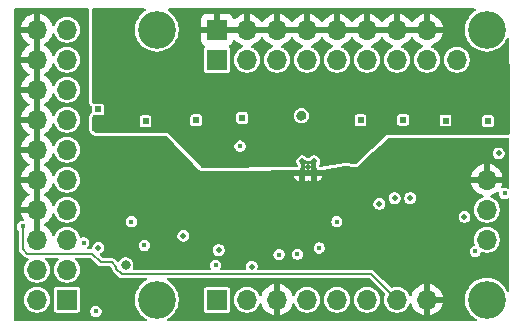
<source format=gbr>
%TF.GenerationSoftware,KiCad,Pcbnew,9.0.4*%
%TF.CreationDate,2025-08-20T17:26:20-04:00*%
%TF.ProjectId,tac5212_audio_board_single_ended,74616335-3231-4325-9f61-7564696f5f62,rev?*%
%TF.SameCoordinates,Original*%
%TF.FileFunction,Copper,L2,Inr*%
%TF.FilePolarity,Positive*%
%FSLAX46Y46*%
G04 Gerber Fmt 4.6, Leading zero omitted, Abs format (unit mm)*
G04 Created by KiCad (PCBNEW 9.0.4) date 2025-08-20 17:26:20*
%MOMM*%
%LPD*%
G01*
G04 APERTURE LIST*
%TA.AperFunction,ComponentPad*%
%ADD10R,1.700000X1.700000*%
%TD*%
%TA.AperFunction,ComponentPad*%
%ADD11O,1.700000X1.700000*%
%TD*%
%TA.AperFunction,ComponentPad*%
%ADD12C,3.200000*%
%TD*%
%TA.AperFunction,ComponentPad*%
%ADD13C,0.500000*%
%TD*%
%TA.AperFunction,ComponentPad*%
%ADD14R,0.500000X0.500000*%
%TD*%
%TA.AperFunction,ViaPad*%
%ADD15C,0.450000*%
%TD*%
%TA.AperFunction,ViaPad*%
%ADD16C,0.800000*%
%TD*%
%TA.AperFunction,Conductor*%
%ADD17C,0.200000*%
%TD*%
G04 APERTURE END LIST*
D10*
%TO.N,EN_HELD_HIGH*%
%TO.C,board_outline108*%
X89337500Y-122600000D03*
D11*
%TO.N,unconnected-(board_outline108-HELD_LOW-Pad2)*%
X86797500Y-122600000D03*
%TO.N,Net-(5V108-Pad2)*%
X89337500Y-120060000D03*
%TO.N,3.3v_IDE*%
X86797500Y-120060000D03*
%TO.N,unconnected-(board_outline108-12V-Pad5)*%
X89337500Y-117520000D03*
%TO.N,GNDD*%
X86797500Y-117520000D03*
%TO.N,5212_DIN1*%
X89337500Y-114980000D03*
%TO.N,GNDD*%
X86797500Y-114980000D03*
%TO.N,5212_DOUT1+*%
X89337500Y-112440000D03*
%TO.N,GNDD*%
X86797500Y-112440000D03*
%TO.N,5212_BCLK1*%
X89337500Y-109900000D03*
%TO.N,GNDD*%
X86797500Y-109900000D03*
%TO.N,5212_LRCK1*%
X89337500Y-107360000D03*
%TO.N,GNDD*%
X86797500Y-107360000D03*
%TO.N,DSP_SDA*%
X89337500Y-104820000D03*
%TO.N,GNDD*%
X86797500Y-104820000D03*
%TO.N,DSP_SCL*%
X89337500Y-102280000D03*
%TO.N,GNDD*%
X86797500Y-102280000D03*
%TO.N,5212_MCLK1*%
X89337500Y-99740000D03*
%TO.N,GNDD*%
X86797500Y-99740000D03*
D10*
%TO.N,OUT1P+*%
X102047500Y-102285000D03*
%TO.N,Earth*%
X102047500Y-99745000D03*
D11*
%TO.N,OUT1M+*%
X104587500Y-102285000D03*
%TO.N,Earth*%
X104587500Y-99745000D03*
%TO.N,OUT2P+*%
X107127500Y-102285000D03*
%TO.N,Earth*%
X107127500Y-99745000D03*
%TO.N,OUT2M+*%
X109667500Y-102285000D03*
%TO.N,Earth*%
X109667500Y-99745000D03*
%TO.N,IN1P+*%
X112207500Y-102285000D03*
%TO.N,Earth*%
X112207500Y-99745000D03*
%TO.N,IN1M+*%
X114747500Y-102285000D03*
%TO.N,Earth*%
X114747500Y-99745000D03*
%TO.N,IN2P+*%
X117287500Y-102285000D03*
%TO.N,Earth*%
X117287500Y-99745000D03*
%TO.N,IN2M+*%
X119827500Y-102285000D03*
%TO.N,Earth*%
X119827500Y-99745000D03*
D10*
%TO.N,5212_SCL*%
X102047500Y-122605000D03*
D11*
%TO.N,5212_SDA*%
X104587500Y-122605000D03*
%TO.N,GNDD*%
X107127500Y-122605000D03*
%TO.N,GPIO1*%
X109667500Y-122605000D03*
%TO.N,GPIO2*%
X112207500Y-122605000D03*
%TO.N,GPO1*%
X114747500Y-122605000D03*
%TO.N,GPI1*%
X117287500Y-122605000D03*
%TO.N,GNDD*%
X119827500Y-122605000D03*
%TO.N,5V*%
X124892500Y-117525000D03*
%TO.N,3.3V_LDO*%
X124892500Y-114985000D03*
%TO.N,GNDD*%
X124892500Y-112445000D03*
%TO.N,MICBIAS*%
X122352500Y-102285000D03*
D12*
%TO.N,Net-(E108-Pad2)*%
X96952500Y-99745000D03*
%TO.N,Net-(E109-Pad2)*%
X124892500Y-99745000D03*
%TO.N,Net-(G117-Pad1)*%
X96952500Y-122605000D03*
%TO.N,Net-(G118-Pad1)*%
X124892500Y-122605000D03*
%TD*%
D13*
%TO.N,Earth*%
%TO.C,G110*%
X117100000Y-114000000D03*
%TD*%
%TO.N,Earth*%
%TO.C,G109*%
X99200000Y-117200000D03*
%TD*%
%TO.N,Earth*%
%TO.C,G112*%
X118400000Y-114000000D03*
%TD*%
%TO.N,Earth*%
%TO.C,G111*%
X92000000Y-118200000D03*
%TD*%
%TO.N,Earth*%
%TO.C,G113*%
X102200000Y-118400000D03*
%TD*%
%TO.N,GNDD*%
%TO.C,TAC5212*%
X109274058Y-111880489D03*
X109274058Y-110890539D03*
X109769033Y-111385514D03*
X110264008Y-111880489D03*
X110264008Y-110890539D03*
%TD*%
%TO.N,Earth*%
%TO.C,G115*%
X105000000Y-119800000D03*
%TD*%
%TO.N,Earth*%
%TO.C,G114*%
X123000000Y-115600000D03*
%TD*%
%TO.N,Earth*%
%TO.C,G116*%
X125900000Y-110200000D03*
%TD*%
%TO.N,Earth*%
%TO.C,G108*%
X115800000Y-114500000D03*
%TD*%
D14*
%TO.N,OUT2P*%
%TO.C,OP2*%
X100300000Y-107425000D03*
%TD*%
%TO.N,IN2P*%
%TO.C,INP2*%
X121400000Y-107435000D03*
%TD*%
%TO.N,IN2M*%
%TO.C,INM2*%
X125000000Y-107482500D03*
%TD*%
%TO.N,OUT2M*%
%TO.C,OM2*%
X104200000Y-107200000D03*
%TD*%
%TO.N,OUT1P*%
%TO.C,OP1*%
X96000000Y-107500000D03*
%TD*%
%TO.N,IN1M*%
%TO.C,INM1*%
X117800000Y-107362500D03*
%TD*%
%TO.N,OUT1M*%
%TO.C,OM1*%
X92000000Y-106500000D03*
%TD*%
%TO.N,IN1P*%
%TO.C,INP1*%
X114200000Y-107425000D03*
%TD*%
D15*
%TO.N,GNDD*%
X93000000Y-114800000D03*
X112200000Y-118400000D03*
X99400000Y-123800000D03*
D16*
X109200000Y-107025000D03*
D15*
X92250000Y-112000000D03*
X119400000Y-114600000D03*
X93363425Y-118278913D03*
X98000000Y-110000000D03*
X115600000Y-115400000D03*
X117200000Y-117600000D03*
X104000000Y-118100000D03*
X115800000Y-111200000D03*
X99006587Y-119580000D03*
X124800000Y-119000000D03*
X93200000Y-123600000D03*
%TO.N,5V*%
X123908750Y-118508750D03*
D16*
X94314682Y-119660000D03*
D15*
%TO.N,Earth*%
X94600000Y-105800000D03*
X94400000Y-101000000D03*
X91800000Y-123600000D03*
X103224739Y-107762663D03*
X126400000Y-113600000D03*
X96200000Y-103200000D03*
X94400000Y-98400000D03*
X107753490Y-104649666D03*
X111200000Y-104200000D03*
X126200000Y-102000000D03*
X122150000Y-104650000D03*
%TO.N,EN_HELD_HIGH*%
X112200000Y-116000000D03*
%TO.N,5212_SCL*%
X101934085Y-119700000D03*
%TO.N,5212_SDA*%
X90762790Y-117786552D03*
%TO.N,3.3V_LDO*%
X104000000Y-109600000D03*
%TO.N,GPI1*%
X85600000Y-116400000D03*
%TO.N,Net-(PU_EN108-Pad1)*%
X110704037Y-118225583D03*
X107303448Y-118794456D03*
%TO.N,3.3v_IDE*%
X108861982Y-118748569D03*
X94800000Y-116000000D03*
X95900000Y-118000000D03*
%TD*%
D17*
%TO.N,GPI1*%
X86000000Y-118700000D02*
X85600000Y-118300000D01*
X85600000Y-118300000D02*
X85600000Y-116400000D01*
X91500000Y-118700000D02*
X86000000Y-118700000D01*
X93128984Y-119400000D02*
X92200000Y-119400000D01*
X93539682Y-119810698D02*
X93128984Y-119400000D01*
X92200000Y-119400000D02*
X91500000Y-118700000D01*
X93539682Y-119981016D02*
X93539682Y-119810698D01*
X115117500Y-120435000D02*
X93993666Y-120435000D01*
X117287500Y-122605000D02*
X115117500Y-120435000D01*
X93993666Y-120435000D02*
X93539682Y-119981016D01*
%TD*%
%TA.AperFunction,Conductor*%
%TO.N,Earth*%
G36*
X104121575Y-99552007D02*
G01*
X104087500Y-99679174D01*
X104087500Y-99810826D01*
X104121575Y-99937993D01*
X104154488Y-99995000D01*
X102480512Y-99995000D01*
X102513425Y-99937993D01*
X102547500Y-99810826D01*
X102547500Y-99679174D01*
X102513425Y-99552007D01*
X102480512Y-99495000D01*
X104154488Y-99495000D01*
X104121575Y-99552007D01*
G37*
%TD.AperFunction*%
%TA.AperFunction,Conductor*%
G36*
X106661575Y-99552007D02*
G01*
X106627500Y-99679174D01*
X106627500Y-99810826D01*
X106661575Y-99937993D01*
X106694488Y-99995000D01*
X105020512Y-99995000D01*
X105053425Y-99937993D01*
X105087500Y-99810826D01*
X105087500Y-99679174D01*
X105053425Y-99552007D01*
X105020512Y-99495000D01*
X106694488Y-99495000D01*
X106661575Y-99552007D01*
G37*
%TD.AperFunction*%
%TA.AperFunction,Conductor*%
G36*
X109201575Y-99552007D02*
G01*
X109167500Y-99679174D01*
X109167500Y-99810826D01*
X109201575Y-99937993D01*
X109234488Y-99995000D01*
X107560512Y-99995000D01*
X107593425Y-99937993D01*
X107627500Y-99810826D01*
X107627500Y-99679174D01*
X107593425Y-99552007D01*
X107560512Y-99495000D01*
X109234488Y-99495000D01*
X109201575Y-99552007D01*
G37*
%TD.AperFunction*%
%TA.AperFunction,Conductor*%
G36*
X111741575Y-99552007D02*
G01*
X111707500Y-99679174D01*
X111707500Y-99810826D01*
X111741575Y-99937993D01*
X111774488Y-99995000D01*
X110100512Y-99995000D01*
X110133425Y-99937993D01*
X110167500Y-99810826D01*
X110167500Y-99679174D01*
X110133425Y-99552007D01*
X110100512Y-99495000D01*
X111774488Y-99495000D01*
X111741575Y-99552007D01*
G37*
%TD.AperFunction*%
%TA.AperFunction,Conductor*%
G36*
X114281575Y-99552007D02*
G01*
X114247500Y-99679174D01*
X114247500Y-99810826D01*
X114281575Y-99937993D01*
X114314488Y-99995000D01*
X112640512Y-99995000D01*
X112673425Y-99937993D01*
X112707500Y-99810826D01*
X112707500Y-99679174D01*
X112673425Y-99552007D01*
X112640512Y-99495000D01*
X114314488Y-99495000D01*
X114281575Y-99552007D01*
G37*
%TD.AperFunction*%
%TA.AperFunction,Conductor*%
G36*
X116821575Y-99552007D02*
G01*
X116787500Y-99679174D01*
X116787500Y-99810826D01*
X116821575Y-99937993D01*
X116854488Y-99995000D01*
X115180512Y-99995000D01*
X115213425Y-99937993D01*
X115247500Y-99810826D01*
X115247500Y-99679174D01*
X115213425Y-99552007D01*
X115180512Y-99495000D01*
X116854488Y-99495000D01*
X116821575Y-99552007D01*
G37*
%TD.AperFunction*%
%TA.AperFunction,Conductor*%
G36*
X119361575Y-99552007D02*
G01*
X119327500Y-99679174D01*
X119327500Y-99810826D01*
X119361575Y-99937993D01*
X119394488Y-99995000D01*
X117720512Y-99995000D01*
X117753425Y-99937993D01*
X117787500Y-99810826D01*
X117787500Y-99679174D01*
X117753425Y-99552007D01*
X117720512Y-99495000D01*
X119394488Y-99495000D01*
X119361575Y-99552007D01*
G37*
%TD.AperFunction*%
%TA.AperFunction,Conductor*%
G36*
X95964797Y-97969685D02*
G01*
X96010552Y-98022489D01*
X96020496Y-98091647D01*
X95991471Y-98155203D01*
X95959761Y-98181384D01*
X95922211Y-98203064D01*
X95922206Y-98203067D01*
X95729763Y-98350733D01*
X95729756Y-98350739D01*
X95558239Y-98522256D01*
X95558233Y-98522263D01*
X95410567Y-98714706D01*
X95289277Y-98924785D01*
X95289273Y-98924794D01*
X95196447Y-99148895D01*
X95133661Y-99383214D01*
X95102000Y-99623711D01*
X95102000Y-99866288D01*
X95133661Y-100106785D01*
X95196447Y-100341104D01*
X95289273Y-100565205D01*
X95289277Y-100565214D01*
X95311474Y-100603661D01*
X95410564Y-100775289D01*
X95410566Y-100775292D01*
X95410567Y-100775293D01*
X95558233Y-100967736D01*
X95558239Y-100967743D01*
X95729756Y-101139260D01*
X95729763Y-101139266D01*
X95794394Y-101188859D01*
X95922211Y-101286936D01*
X96132288Y-101408224D01*
X96356400Y-101501054D01*
X96590711Y-101563838D01*
X96771086Y-101587584D01*
X96831211Y-101595500D01*
X96831212Y-101595500D01*
X97073789Y-101595500D01*
X97121888Y-101589167D01*
X97314289Y-101563838D01*
X97548600Y-101501054D01*
X97772712Y-101408224D01*
X97982789Y-101286936D01*
X98175238Y-101139265D01*
X98346765Y-100967738D01*
X98494436Y-100775289D01*
X98615724Y-100565212D01*
X98708554Y-100341100D01*
X98771338Y-100106789D01*
X98803000Y-99866288D01*
X98803000Y-99623712D01*
X98771338Y-99383211D01*
X98708554Y-99148900D01*
X98615724Y-98924788D01*
X98570903Y-98847155D01*
X100697500Y-98847155D01*
X100697500Y-99495000D01*
X101614488Y-99495000D01*
X101581575Y-99552007D01*
X101547500Y-99679174D01*
X101547500Y-99810826D01*
X101581575Y-99937993D01*
X101614488Y-99995000D01*
X100697500Y-99995000D01*
X100697500Y-100642844D01*
X100703901Y-100702372D01*
X100703903Y-100702379D01*
X100754145Y-100837086D01*
X100754149Y-100837093D01*
X100840309Y-100952187D01*
X100840312Y-100952190D01*
X100955406Y-101038350D01*
X100955412Y-101038353D01*
X100976768Y-101046319D01*
X101032701Y-101088191D01*
X101057118Y-101153656D01*
X101042266Y-101221928D01*
X101021119Y-101250179D01*
X101016900Y-101254397D01*
X100961533Y-101337260D01*
X100961532Y-101337264D01*
X100947000Y-101410321D01*
X100947000Y-103159678D01*
X100961532Y-103232735D01*
X100961533Y-103232739D01*
X100961534Y-103232740D01*
X101016899Y-103315601D01*
X101099760Y-103370966D01*
X101099764Y-103370967D01*
X101172821Y-103385499D01*
X101172824Y-103385500D01*
X101172826Y-103385500D01*
X102922176Y-103385500D01*
X102922177Y-103385499D01*
X102995240Y-103370966D01*
X103078101Y-103315601D01*
X103133466Y-103232740D01*
X103148000Y-103159674D01*
X103148000Y-101410326D01*
X103148000Y-101410323D01*
X103147999Y-101410321D01*
X103133467Y-101337264D01*
X103133466Y-101337260D01*
X103099838Y-101286932D01*
X103078101Y-101254399D01*
X103078099Y-101254397D01*
X103078098Y-101254396D01*
X103073884Y-101250182D01*
X103040399Y-101188859D01*
X103045383Y-101119167D01*
X103087255Y-101063234D01*
X103118232Y-101046319D01*
X103139586Y-101038354D01*
X103139593Y-101038350D01*
X103254687Y-100952190D01*
X103254690Y-100952187D01*
X103340850Y-100837093D01*
X103340854Y-100837086D01*
X103390114Y-100705013D01*
X103431985Y-100649079D01*
X103497449Y-100624662D01*
X103565722Y-100639513D01*
X103593977Y-100660665D01*
X103708035Y-100774723D01*
X103708040Y-100774727D01*
X103879942Y-100899620D01*
X104069284Y-100996096D01*
X104168211Y-101028239D01*
X104225887Y-101067676D01*
X104253086Y-101132034D01*
X104241172Y-101200881D01*
X104193928Y-101252357D01*
X104168222Y-101264097D01*
X104167022Y-101264487D01*
X104165050Y-101265128D01*
X104010711Y-101343768D01*
X103930756Y-101401859D01*
X103870572Y-101445586D01*
X103870570Y-101445588D01*
X103870569Y-101445588D01*
X103748088Y-101568069D01*
X103748088Y-101568070D01*
X103748086Y-101568072D01*
X103704359Y-101628256D01*
X103646268Y-101708211D01*
X103567628Y-101862552D01*
X103514097Y-102027302D01*
X103487000Y-102198389D01*
X103487000Y-102371611D01*
X103514098Y-102542701D01*
X103567627Y-102707445D01*
X103646268Y-102861788D01*
X103748086Y-103001928D01*
X103870572Y-103124414D01*
X104010712Y-103226232D01*
X104165055Y-103304873D01*
X104329799Y-103358402D01*
X104500889Y-103385500D01*
X104500890Y-103385500D01*
X104674110Y-103385500D01*
X104674111Y-103385500D01*
X104845201Y-103358402D01*
X105009945Y-103304873D01*
X105164288Y-103226232D01*
X105304428Y-103124414D01*
X105426914Y-103001928D01*
X105528732Y-102861788D01*
X105607373Y-102707445D01*
X105660902Y-102542701D01*
X105688000Y-102371611D01*
X105688000Y-102198389D01*
X105660902Y-102027299D01*
X105607373Y-101862555D01*
X105528732Y-101708212D01*
X105426914Y-101568072D01*
X105304428Y-101445586D01*
X105164288Y-101343768D01*
X105151515Y-101337260D01*
X105009946Y-101265127D01*
X105006784Y-101264100D01*
X105005736Y-101263383D01*
X105005452Y-101263266D01*
X105005476Y-101263206D01*
X104949109Y-101224661D01*
X104921913Y-101160302D01*
X104933829Y-101091456D01*
X104981074Y-101039981D01*
X105006788Y-101028239D01*
X105105715Y-100996096D01*
X105295057Y-100899620D01*
X105466959Y-100774727D01*
X105466964Y-100774723D01*
X105617223Y-100624464D01*
X105617227Y-100624459D01*
X105742120Y-100452558D01*
X105747014Y-100442954D01*
X105794988Y-100392157D01*
X105862808Y-100375361D01*
X105928944Y-100397897D01*
X105967986Y-100442954D01*
X105972879Y-100452558D01*
X106097772Y-100624459D01*
X106097776Y-100624464D01*
X106248035Y-100774723D01*
X106248040Y-100774727D01*
X106419942Y-100899620D01*
X106609284Y-100996096D01*
X106708211Y-101028239D01*
X106765887Y-101067676D01*
X106793086Y-101132034D01*
X106781172Y-101200881D01*
X106733928Y-101252357D01*
X106708222Y-101264097D01*
X106707022Y-101264487D01*
X106705050Y-101265128D01*
X106550711Y-101343768D01*
X106470756Y-101401859D01*
X106410572Y-101445586D01*
X106410570Y-101445588D01*
X106410569Y-101445588D01*
X106288088Y-101568069D01*
X106288088Y-101568070D01*
X106288086Y-101568072D01*
X106244359Y-101628256D01*
X106186268Y-101708211D01*
X106107628Y-101862552D01*
X106054097Y-102027302D01*
X106027000Y-102198389D01*
X106027000Y-102371611D01*
X106054098Y-102542701D01*
X106107627Y-102707445D01*
X106186268Y-102861788D01*
X106288086Y-103001928D01*
X106410572Y-103124414D01*
X106550712Y-103226232D01*
X106705055Y-103304873D01*
X106869799Y-103358402D01*
X107040889Y-103385500D01*
X107040890Y-103385500D01*
X107214110Y-103385500D01*
X107214111Y-103385500D01*
X107385201Y-103358402D01*
X107549945Y-103304873D01*
X107704288Y-103226232D01*
X107844428Y-103124414D01*
X107966914Y-103001928D01*
X108068732Y-102861788D01*
X108147373Y-102707445D01*
X108200902Y-102542701D01*
X108228000Y-102371611D01*
X108228000Y-102198389D01*
X108200902Y-102027299D01*
X108147373Y-101862555D01*
X108068732Y-101708212D01*
X107966914Y-101568072D01*
X107844428Y-101445586D01*
X107704288Y-101343768D01*
X107691515Y-101337260D01*
X107549946Y-101265127D01*
X107546784Y-101264100D01*
X107545736Y-101263383D01*
X107545452Y-101263266D01*
X107545476Y-101263206D01*
X107489109Y-101224661D01*
X107461913Y-101160302D01*
X107473829Y-101091456D01*
X107521074Y-101039981D01*
X107546788Y-101028239D01*
X107645715Y-100996096D01*
X107835057Y-100899620D01*
X108006959Y-100774727D01*
X108006964Y-100774723D01*
X108157223Y-100624464D01*
X108157227Y-100624459D01*
X108282120Y-100452558D01*
X108287014Y-100442954D01*
X108334988Y-100392157D01*
X108402808Y-100375361D01*
X108468944Y-100397897D01*
X108507986Y-100442954D01*
X108512879Y-100452558D01*
X108637772Y-100624459D01*
X108637776Y-100624464D01*
X108788035Y-100774723D01*
X108788040Y-100774727D01*
X108959942Y-100899620D01*
X109149284Y-100996096D01*
X109248211Y-101028239D01*
X109305887Y-101067676D01*
X109333086Y-101132034D01*
X109321172Y-101200881D01*
X109273928Y-101252357D01*
X109248222Y-101264097D01*
X109247022Y-101264487D01*
X109245050Y-101265128D01*
X109090711Y-101343768D01*
X109010756Y-101401859D01*
X108950572Y-101445586D01*
X108950570Y-101445588D01*
X108950569Y-101445588D01*
X108828088Y-101568069D01*
X108828088Y-101568070D01*
X108828086Y-101568072D01*
X108784359Y-101628256D01*
X108726268Y-101708211D01*
X108647628Y-101862552D01*
X108594097Y-102027302D01*
X108567000Y-102198389D01*
X108567000Y-102371611D01*
X108594098Y-102542701D01*
X108647627Y-102707445D01*
X108726268Y-102861788D01*
X108828086Y-103001928D01*
X108950572Y-103124414D01*
X109090712Y-103226232D01*
X109245055Y-103304873D01*
X109409799Y-103358402D01*
X109580889Y-103385500D01*
X109580890Y-103385500D01*
X109754110Y-103385500D01*
X109754111Y-103385500D01*
X109925201Y-103358402D01*
X110089945Y-103304873D01*
X110244288Y-103226232D01*
X110384428Y-103124414D01*
X110506914Y-103001928D01*
X110608732Y-102861788D01*
X110687373Y-102707445D01*
X110740902Y-102542701D01*
X110768000Y-102371611D01*
X110768000Y-102198389D01*
X110740902Y-102027299D01*
X110687373Y-101862555D01*
X110608732Y-101708212D01*
X110506914Y-101568072D01*
X110384428Y-101445586D01*
X110244288Y-101343768D01*
X110231515Y-101337260D01*
X110089946Y-101265127D01*
X110086784Y-101264100D01*
X110085736Y-101263383D01*
X110085452Y-101263266D01*
X110085476Y-101263206D01*
X110029109Y-101224661D01*
X110001913Y-101160302D01*
X110013829Y-101091456D01*
X110061074Y-101039981D01*
X110086788Y-101028239D01*
X110185715Y-100996096D01*
X110375057Y-100899620D01*
X110546959Y-100774727D01*
X110546964Y-100774723D01*
X110697223Y-100624464D01*
X110697227Y-100624459D01*
X110822120Y-100452558D01*
X110827014Y-100442954D01*
X110874988Y-100392157D01*
X110942808Y-100375361D01*
X111008944Y-100397897D01*
X111047986Y-100442954D01*
X111052879Y-100452558D01*
X111177772Y-100624459D01*
X111177776Y-100624464D01*
X111328035Y-100774723D01*
X111328040Y-100774727D01*
X111499942Y-100899620D01*
X111689284Y-100996096D01*
X111788211Y-101028239D01*
X111845887Y-101067676D01*
X111873086Y-101132034D01*
X111861172Y-101200881D01*
X111813928Y-101252357D01*
X111788222Y-101264097D01*
X111787022Y-101264487D01*
X111785050Y-101265128D01*
X111630711Y-101343768D01*
X111550756Y-101401859D01*
X111490572Y-101445586D01*
X111490570Y-101445588D01*
X111490569Y-101445588D01*
X111368088Y-101568069D01*
X111368088Y-101568070D01*
X111368086Y-101568072D01*
X111324359Y-101628256D01*
X111266268Y-101708211D01*
X111187628Y-101862552D01*
X111134097Y-102027302D01*
X111107000Y-102198389D01*
X111107000Y-102371611D01*
X111134098Y-102542701D01*
X111187627Y-102707445D01*
X111266268Y-102861788D01*
X111368086Y-103001928D01*
X111490572Y-103124414D01*
X111630712Y-103226232D01*
X111785055Y-103304873D01*
X111949799Y-103358402D01*
X112120889Y-103385500D01*
X112120890Y-103385500D01*
X112294110Y-103385500D01*
X112294111Y-103385500D01*
X112465201Y-103358402D01*
X112629945Y-103304873D01*
X112784288Y-103226232D01*
X112924428Y-103124414D01*
X113046914Y-103001928D01*
X113148732Y-102861788D01*
X113227373Y-102707445D01*
X113280902Y-102542701D01*
X113308000Y-102371611D01*
X113308000Y-102198389D01*
X113280902Y-102027299D01*
X113227373Y-101862555D01*
X113148732Y-101708212D01*
X113046914Y-101568072D01*
X112924428Y-101445586D01*
X112784288Y-101343768D01*
X112771515Y-101337260D01*
X112629946Y-101265127D01*
X112626784Y-101264100D01*
X112625736Y-101263383D01*
X112625452Y-101263266D01*
X112625476Y-101263206D01*
X112569109Y-101224661D01*
X112541913Y-101160302D01*
X112553829Y-101091456D01*
X112601074Y-101039981D01*
X112626788Y-101028239D01*
X112725715Y-100996096D01*
X112915057Y-100899620D01*
X113086959Y-100774727D01*
X113086964Y-100774723D01*
X113237223Y-100624464D01*
X113237227Y-100624459D01*
X113362120Y-100452558D01*
X113367014Y-100442954D01*
X113414988Y-100392157D01*
X113482808Y-100375361D01*
X113548944Y-100397897D01*
X113587986Y-100442954D01*
X113592879Y-100452558D01*
X113717772Y-100624459D01*
X113717776Y-100624464D01*
X113868035Y-100774723D01*
X113868040Y-100774727D01*
X114039942Y-100899620D01*
X114229284Y-100996096D01*
X114328211Y-101028239D01*
X114385887Y-101067676D01*
X114413086Y-101132034D01*
X114401172Y-101200881D01*
X114353928Y-101252357D01*
X114328222Y-101264097D01*
X114327022Y-101264487D01*
X114325050Y-101265128D01*
X114170711Y-101343768D01*
X114090756Y-101401859D01*
X114030572Y-101445586D01*
X114030570Y-101445588D01*
X114030569Y-101445588D01*
X113908088Y-101568069D01*
X113908088Y-101568070D01*
X113908086Y-101568072D01*
X113864359Y-101628256D01*
X113806268Y-101708211D01*
X113727628Y-101862552D01*
X113674097Y-102027302D01*
X113647000Y-102198389D01*
X113647000Y-102371611D01*
X113674098Y-102542701D01*
X113727627Y-102707445D01*
X113806268Y-102861788D01*
X113908086Y-103001928D01*
X114030572Y-103124414D01*
X114170712Y-103226232D01*
X114325055Y-103304873D01*
X114489799Y-103358402D01*
X114660889Y-103385500D01*
X114660890Y-103385500D01*
X114834110Y-103385500D01*
X114834111Y-103385500D01*
X115005201Y-103358402D01*
X115169945Y-103304873D01*
X115324288Y-103226232D01*
X115464428Y-103124414D01*
X115586914Y-103001928D01*
X115688732Y-102861788D01*
X115767373Y-102707445D01*
X115820902Y-102542701D01*
X115848000Y-102371611D01*
X115848000Y-102198389D01*
X115820902Y-102027299D01*
X115767373Y-101862555D01*
X115688732Y-101708212D01*
X115586914Y-101568072D01*
X115464428Y-101445586D01*
X115324288Y-101343768D01*
X115311515Y-101337260D01*
X115169946Y-101265127D01*
X115166784Y-101264100D01*
X115165736Y-101263383D01*
X115165452Y-101263266D01*
X115165476Y-101263206D01*
X115109109Y-101224661D01*
X115081913Y-101160302D01*
X115093829Y-101091456D01*
X115141074Y-101039981D01*
X115166788Y-101028239D01*
X115265715Y-100996096D01*
X115455057Y-100899620D01*
X115626959Y-100774727D01*
X115626964Y-100774723D01*
X115777223Y-100624464D01*
X115777227Y-100624459D01*
X115902120Y-100452558D01*
X115907014Y-100442954D01*
X115954988Y-100392157D01*
X116022808Y-100375361D01*
X116088944Y-100397897D01*
X116127986Y-100442954D01*
X116132879Y-100452558D01*
X116257772Y-100624459D01*
X116257776Y-100624464D01*
X116408035Y-100774723D01*
X116408040Y-100774727D01*
X116579942Y-100899620D01*
X116769284Y-100996096D01*
X116868211Y-101028239D01*
X116925887Y-101067676D01*
X116953086Y-101132034D01*
X116941172Y-101200881D01*
X116893928Y-101252357D01*
X116868222Y-101264097D01*
X116867022Y-101264487D01*
X116865050Y-101265128D01*
X116710711Y-101343768D01*
X116630756Y-101401859D01*
X116570572Y-101445586D01*
X116570570Y-101445588D01*
X116570569Y-101445588D01*
X116448088Y-101568069D01*
X116448088Y-101568070D01*
X116448086Y-101568072D01*
X116404359Y-101628256D01*
X116346268Y-101708211D01*
X116267628Y-101862552D01*
X116214097Y-102027302D01*
X116187000Y-102198389D01*
X116187000Y-102371611D01*
X116214098Y-102542701D01*
X116267627Y-102707445D01*
X116346268Y-102861788D01*
X116448086Y-103001928D01*
X116570572Y-103124414D01*
X116710712Y-103226232D01*
X116865055Y-103304873D01*
X117029799Y-103358402D01*
X117200889Y-103385500D01*
X117200890Y-103385500D01*
X117374110Y-103385500D01*
X117374111Y-103385500D01*
X117545201Y-103358402D01*
X117709945Y-103304873D01*
X117864288Y-103226232D01*
X118004428Y-103124414D01*
X118126914Y-103001928D01*
X118228732Y-102861788D01*
X118307373Y-102707445D01*
X118360902Y-102542701D01*
X118388000Y-102371611D01*
X118388000Y-102198389D01*
X118360902Y-102027299D01*
X118307373Y-101862555D01*
X118228732Y-101708212D01*
X118126914Y-101568072D01*
X118004428Y-101445586D01*
X117864288Y-101343768D01*
X117851515Y-101337260D01*
X117709946Y-101265127D01*
X117706784Y-101264100D01*
X117705736Y-101263383D01*
X117705452Y-101263266D01*
X117705476Y-101263206D01*
X117649109Y-101224661D01*
X117621913Y-101160302D01*
X117633829Y-101091456D01*
X117681074Y-101039981D01*
X117706788Y-101028239D01*
X117805715Y-100996096D01*
X117995057Y-100899620D01*
X118166959Y-100774727D01*
X118166964Y-100774723D01*
X118317223Y-100624464D01*
X118317227Y-100624459D01*
X118442120Y-100452558D01*
X118447014Y-100442954D01*
X118494988Y-100392157D01*
X118562808Y-100375361D01*
X118628944Y-100397897D01*
X118667986Y-100442954D01*
X118672879Y-100452558D01*
X118797772Y-100624459D01*
X118797776Y-100624464D01*
X118948035Y-100774723D01*
X118948040Y-100774727D01*
X119119942Y-100899620D01*
X119309284Y-100996096D01*
X119408211Y-101028239D01*
X119465887Y-101067676D01*
X119493086Y-101132034D01*
X119481172Y-101200881D01*
X119433928Y-101252357D01*
X119408222Y-101264097D01*
X119407022Y-101264487D01*
X119405050Y-101265128D01*
X119250711Y-101343768D01*
X119170756Y-101401859D01*
X119110572Y-101445586D01*
X119110570Y-101445588D01*
X119110569Y-101445588D01*
X118988088Y-101568069D01*
X118988088Y-101568070D01*
X118988086Y-101568072D01*
X118944359Y-101628256D01*
X118886268Y-101708211D01*
X118807628Y-101862552D01*
X118754097Y-102027302D01*
X118727000Y-102198389D01*
X118727000Y-102371611D01*
X118754098Y-102542701D01*
X118807627Y-102707445D01*
X118886268Y-102861788D01*
X118988086Y-103001928D01*
X119110572Y-103124414D01*
X119250712Y-103226232D01*
X119405055Y-103304873D01*
X119569799Y-103358402D01*
X119740889Y-103385500D01*
X119740890Y-103385500D01*
X119914110Y-103385500D01*
X119914111Y-103385500D01*
X120085201Y-103358402D01*
X120249945Y-103304873D01*
X120404288Y-103226232D01*
X120544428Y-103124414D01*
X120666914Y-103001928D01*
X120768732Y-102861788D01*
X120847373Y-102707445D01*
X120900902Y-102542701D01*
X120928000Y-102371611D01*
X120928000Y-102198389D01*
X121252000Y-102198389D01*
X121252000Y-102371611D01*
X121279098Y-102542701D01*
X121332627Y-102707445D01*
X121411268Y-102861788D01*
X121513086Y-103001928D01*
X121635572Y-103124414D01*
X121775712Y-103226232D01*
X121930055Y-103304873D01*
X122094799Y-103358402D01*
X122265889Y-103385500D01*
X122265890Y-103385500D01*
X122439110Y-103385500D01*
X122439111Y-103385500D01*
X122610201Y-103358402D01*
X122774945Y-103304873D01*
X122929288Y-103226232D01*
X123069428Y-103124414D01*
X123191914Y-103001928D01*
X123293732Y-102861788D01*
X123372373Y-102707445D01*
X123425902Y-102542701D01*
X123453000Y-102371611D01*
X123453000Y-102198389D01*
X123425902Y-102027299D01*
X123372373Y-101862555D01*
X123293732Y-101708212D01*
X123191914Y-101568072D01*
X123069428Y-101445586D01*
X122929288Y-101343768D01*
X122774945Y-101265127D01*
X122610201Y-101211598D01*
X122610199Y-101211597D01*
X122610198Y-101211597D01*
X122478771Y-101190781D01*
X122439111Y-101184500D01*
X122265889Y-101184500D01*
X122226228Y-101190781D01*
X122094802Y-101211597D01*
X122094799Y-101211598D01*
X121935423Y-101263383D01*
X121930052Y-101265128D01*
X121775711Y-101343768D01*
X121695756Y-101401859D01*
X121635572Y-101445586D01*
X121635570Y-101445588D01*
X121635569Y-101445588D01*
X121513088Y-101568069D01*
X121513088Y-101568070D01*
X121513086Y-101568072D01*
X121469359Y-101628256D01*
X121411268Y-101708211D01*
X121332628Y-101862552D01*
X121279097Y-102027302D01*
X121252000Y-102198389D01*
X120928000Y-102198389D01*
X120900902Y-102027299D01*
X120847373Y-101862555D01*
X120768732Y-101708212D01*
X120666914Y-101568072D01*
X120544428Y-101445586D01*
X120404288Y-101343768D01*
X120391515Y-101337260D01*
X120249946Y-101265127D01*
X120246784Y-101264100D01*
X120245736Y-101263383D01*
X120245452Y-101263266D01*
X120245476Y-101263206D01*
X120189109Y-101224661D01*
X120161913Y-101160302D01*
X120173829Y-101091456D01*
X120221074Y-101039981D01*
X120246788Y-101028239D01*
X120345715Y-100996096D01*
X120535057Y-100899620D01*
X120706959Y-100774727D01*
X120706964Y-100774723D01*
X120857223Y-100624464D01*
X120857227Y-100624459D01*
X120982120Y-100452557D01*
X121078595Y-100263217D01*
X121144257Y-100061129D01*
X121144257Y-100061126D01*
X121154731Y-99995000D01*
X120260512Y-99995000D01*
X120293425Y-99937993D01*
X120327500Y-99810826D01*
X120327500Y-99679174D01*
X120293425Y-99552007D01*
X120260512Y-99495000D01*
X121154731Y-99495000D01*
X121144257Y-99428873D01*
X121144257Y-99428870D01*
X121078595Y-99226782D01*
X120982120Y-99037442D01*
X120857227Y-98865540D01*
X120857223Y-98865535D01*
X120706964Y-98715276D01*
X120706959Y-98715272D01*
X120535057Y-98590379D01*
X120345715Y-98493903D01*
X120143624Y-98428241D01*
X120077500Y-98417768D01*
X120077500Y-99311988D01*
X120020493Y-99279075D01*
X119893326Y-99245000D01*
X119761674Y-99245000D01*
X119634507Y-99279075D01*
X119577500Y-99311988D01*
X119577500Y-98417768D01*
X119577499Y-98417768D01*
X119511375Y-98428241D01*
X119309284Y-98493903D01*
X119119942Y-98590379D01*
X118948040Y-98715272D01*
X118948035Y-98715276D01*
X118797776Y-98865535D01*
X118797772Y-98865540D01*
X118672877Y-99037444D01*
X118667984Y-99047048D01*
X118620009Y-99097844D01*
X118552188Y-99114638D01*
X118486053Y-99092100D01*
X118447016Y-99047048D01*
X118442122Y-99037444D01*
X118317227Y-98865540D01*
X118317223Y-98865535D01*
X118166964Y-98715276D01*
X118166959Y-98715272D01*
X117995057Y-98590379D01*
X117805715Y-98493903D01*
X117603624Y-98428241D01*
X117537500Y-98417768D01*
X117537500Y-99311988D01*
X117480493Y-99279075D01*
X117353326Y-99245000D01*
X117221674Y-99245000D01*
X117094507Y-99279075D01*
X117037500Y-99311988D01*
X117037500Y-98417768D01*
X117037499Y-98417768D01*
X116971375Y-98428241D01*
X116769284Y-98493903D01*
X116579942Y-98590379D01*
X116408040Y-98715272D01*
X116408035Y-98715276D01*
X116257776Y-98865535D01*
X116257772Y-98865540D01*
X116132877Y-99037444D01*
X116127984Y-99047048D01*
X116080009Y-99097844D01*
X116012188Y-99114638D01*
X115946053Y-99092100D01*
X115907016Y-99047048D01*
X115902122Y-99037444D01*
X115777227Y-98865540D01*
X115777223Y-98865535D01*
X115626964Y-98715276D01*
X115626959Y-98715272D01*
X115455057Y-98590379D01*
X115265715Y-98493903D01*
X115063624Y-98428241D01*
X114997500Y-98417768D01*
X114997500Y-99311988D01*
X114940493Y-99279075D01*
X114813326Y-99245000D01*
X114681674Y-99245000D01*
X114554507Y-99279075D01*
X114497500Y-99311988D01*
X114497500Y-98417768D01*
X114497499Y-98417768D01*
X114431375Y-98428241D01*
X114229284Y-98493903D01*
X114039942Y-98590379D01*
X113868040Y-98715272D01*
X113868035Y-98715276D01*
X113717776Y-98865535D01*
X113717772Y-98865540D01*
X113592877Y-99037444D01*
X113587984Y-99047048D01*
X113540009Y-99097844D01*
X113472188Y-99114638D01*
X113406053Y-99092100D01*
X113367016Y-99047048D01*
X113362122Y-99037444D01*
X113237227Y-98865540D01*
X113237223Y-98865535D01*
X113086964Y-98715276D01*
X113086959Y-98715272D01*
X112915057Y-98590379D01*
X112725715Y-98493903D01*
X112523624Y-98428241D01*
X112457500Y-98417768D01*
X112457500Y-99311988D01*
X112400493Y-99279075D01*
X112273326Y-99245000D01*
X112141674Y-99245000D01*
X112014507Y-99279075D01*
X111957500Y-99311988D01*
X111957500Y-98417768D01*
X111957499Y-98417768D01*
X111891375Y-98428241D01*
X111689284Y-98493903D01*
X111499942Y-98590379D01*
X111328040Y-98715272D01*
X111328035Y-98715276D01*
X111177776Y-98865535D01*
X111177772Y-98865540D01*
X111052877Y-99037444D01*
X111047984Y-99047048D01*
X111000009Y-99097844D01*
X110932188Y-99114638D01*
X110866053Y-99092100D01*
X110827016Y-99047048D01*
X110822122Y-99037444D01*
X110697227Y-98865540D01*
X110697223Y-98865535D01*
X110546964Y-98715276D01*
X110546959Y-98715272D01*
X110375057Y-98590379D01*
X110185715Y-98493903D01*
X109983624Y-98428241D01*
X109917500Y-98417768D01*
X109917500Y-99311988D01*
X109860493Y-99279075D01*
X109733326Y-99245000D01*
X109601674Y-99245000D01*
X109474507Y-99279075D01*
X109417500Y-99311988D01*
X109417500Y-98417768D01*
X109417499Y-98417768D01*
X109351375Y-98428241D01*
X109149284Y-98493903D01*
X108959942Y-98590379D01*
X108788040Y-98715272D01*
X108788035Y-98715276D01*
X108637776Y-98865535D01*
X108637772Y-98865540D01*
X108512877Y-99037444D01*
X108507984Y-99047048D01*
X108460009Y-99097844D01*
X108392188Y-99114638D01*
X108326053Y-99092100D01*
X108287016Y-99047048D01*
X108282122Y-99037444D01*
X108157227Y-98865540D01*
X108157223Y-98865535D01*
X108006964Y-98715276D01*
X108006959Y-98715272D01*
X107835057Y-98590379D01*
X107645715Y-98493903D01*
X107443624Y-98428241D01*
X107377500Y-98417768D01*
X107377500Y-99311988D01*
X107320493Y-99279075D01*
X107193326Y-99245000D01*
X107061674Y-99245000D01*
X106934507Y-99279075D01*
X106877500Y-99311988D01*
X106877500Y-98417768D01*
X106877499Y-98417768D01*
X106811375Y-98428241D01*
X106609284Y-98493903D01*
X106419942Y-98590379D01*
X106248040Y-98715272D01*
X106248035Y-98715276D01*
X106097776Y-98865535D01*
X106097772Y-98865540D01*
X105972877Y-99037444D01*
X105967984Y-99047048D01*
X105920009Y-99097844D01*
X105852188Y-99114638D01*
X105786053Y-99092100D01*
X105747016Y-99047048D01*
X105742122Y-99037444D01*
X105617227Y-98865540D01*
X105617223Y-98865535D01*
X105466964Y-98715276D01*
X105466959Y-98715272D01*
X105295057Y-98590379D01*
X105105715Y-98493903D01*
X104903624Y-98428241D01*
X104837500Y-98417768D01*
X104837500Y-99311988D01*
X104780493Y-99279075D01*
X104653326Y-99245000D01*
X104521674Y-99245000D01*
X104394507Y-99279075D01*
X104337500Y-99311988D01*
X104337500Y-98417768D01*
X104337499Y-98417768D01*
X104271375Y-98428241D01*
X104069284Y-98493903D01*
X103879942Y-98590379D01*
X103708041Y-98715271D01*
X103593977Y-98829335D01*
X103532654Y-98862819D01*
X103462962Y-98857835D01*
X103407029Y-98815963D01*
X103390114Y-98784986D01*
X103340854Y-98652913D01*
X103340850Y-98652906D01*
X103254690Y-98537812D01*
X103254687Y-98537809D01*
X103139593Y-98451649D01*
X103139586Y-98451645D01*
X103004879Y-98401403D01*
X103004872Y-98401401D01*
X102945344Y-98395000D01*
X102297500Y-98395000D01*
X102297500Y-99311988D01*
X102240493Y-99279075D01*
X102113326Y-99245000D01*
X101981674Y-99245000D01*
X101854507Y-99279075D01*
X101797500Y-99311988D01*
X101797500Y-98395000D01*
X101149655Y-98395000D01*
X101090127Y-98401401D01*
X101090120Y-98401403D01*
X100955413Y-98451645D01*
X100955406Y-98451649D01*
X100840312Y-98537809D01*
X100840309Y-98537812D01*
X100754149Y-98652906D01*
X100754145Y-98652913D01*
X100703903Y-98787620D01*
X100703901Y-98787627D01*
X100697500Y-98847155D01*
X98570903Y-98847155D01*
X98494436Y-98714711D01*
X98346765Y-98522262D01*
X98346760Y-98522256D01*
X98175243Y-98350739D01*
X98175236Y-98350733D01*
X97982793Y-98203067D01*
X97982792Y-98203066D01*
X97982789Y-98203064D01*
X97945240Y-98181385D01*
X97897027Y-98130820D01*
X97883803Y-98062213D01*
X97909771Y-97997349D01*
X97966685Y-97956820D01*
X98007242Y-97950000D01*
X123837758Y-97950000D01*
X123904797Y-97969685D01*
X123950552Y-98022489D01*
X123960496Y-98091647D01*
X123931471Y-98155203D01*
X123899761Y-98181384D01*
X123862211Y-98203064D01*
X123862206Y-98203067D01*
X123669763Y-98350733D01*
X123669756Y-98350739D01*
X123498239Y-98522256D01*
X123498233Y-98522263D01*
X123350567Y-98714706D01*
X123229277Y-98924785D01*
X123229273Y-98924794D01*
X123136447Y-99148895D01*
X123073661Y-99383214D01*
X123042000Y-99623711D01*
X123042000Y-99866288D01*
X123073661Y-100106785D01*
X123136447Y-100341104D01*
X123229273Y-100565205D01*
X123229277Y-100565214D01*
X123251474Y-100603661D01*
X123350564Y-100775289D01*
X123350566Y-100775292D01*
X123350567Y-100775293D01*
X123498233Y-100967736D01*
X123498239Y-100967743D01*
X123669756Y-101139260D01*
X123669763Y-101139266D01*
X123734394Y-101188859D01*
X123862211Y-101286936D01*
X124072288Y-101408224D01*
X124296400Y-101501054D01*
X124530711Y-101563838D01*
X124711086Y-101587584D01*
X124771211Y-101595500D01*
X124771212Y-101595500D01*
X125013789Y-101595500D01*
X125061888Y-101589167D01*
X125254289Y-101563838D01*
X125488600Y-101501054D01*
X125712712Y-101408224D01*
X125922789Y-101286936D01*
X126115238Y-101139265D01*
X126286765Y-100967738D01*
X126434436Y-100775289D01*
X126555724Y-100565212D01*
X126573677Y-100521867D01*
X126617517Y-100467467D01*
X126683811Y-100445401D01*
X126751510Y-100462680D01*
X126799121Y-100513816D01*
X126812237Y-100568743D01*
X126831999Y-104797786D01*
X126832000Y-104798365D01*
X126832000Y-108526498D01*
X126812315Y-108593537D01*
X126759511Y-108639292D01*
X126708437Y-108650497D01*
X116431352Y-108686700D01*
X113923483Y-111048299D01*
X113861182Y-111079928D01*
X113834201Y-111081951D01*
X112900002Y-111049740D01*
X110797409Y-111370647D01*
X110728167Y-111361302D01*
X110674969Y-111316006D01*
X110654705Y-111249139D01*
X110671312Y-111186067D01*
X110730400Y-111083725D01*
X110764508Y-110956431D01*
X110764508Y-110824647D01*
X110730400Y-110697353D01*
X110664508Y-110583225D01*
X110571322Y-110490039D01*
X110490013Y-110443095D01*
X110457195Y-110424147D01*
X110393547Y-110407093D01*
X110329900Y-110390039D01*
X110198116Y-110390039D01*
X110070820Y-110424147D01*
X109956694Y-110490039D01*
X109956691Y-110490041D01*
X109857761Y-110588972D01*
X109855575Y-110586786D01*
X109810961Y-110619351D01*
X109741215Y-110623494D01*
X109680300Y-110589272D01*
X109678320Y-110586987D01*
X109581374Y-110490041D01*
X109581372Y-110490039D01*
X109500063Y-110443095D01*
X109467245Y-110424147D01*
X109403597Y-110407093D01*
X109339950Y-110390039D01*
X109208166Y-110390039D01*
X109080870Y-110424147D01*
X108966744Y-110490039D01*
X108966741Y-110490041D01*
X108873560Y-110583222D01*
X108873558Y-110583225D01*
X108807666Y-110697351D01*
X108773558Y-110824647D01*
X108773558Y-110956430D01*
X108807666Y-111083726D01*
X108838655Y-111137399D01*
X108873558Y-111197853D01*
X108873559Y-111197854D01*
X108877622Y-111204891D01*
X108876145Y-111205743D01*
X108897819Y-111261804D01*
X108883781Y-111330249D01*
X108834968Y-111380240D01*
X108774932Y-111396121D01*
X100753554Y-111440322D01*
X100686407Y-111421007D01*
X100663069Y-111401832D01*
X98961472Y-109614779D01*
X98887792Y-109537399D01*
X103524500Y-109537399D01*
X103524500Y-109662601D01*
X103556905Y-109783536D01*
X103619505Y-109891964D01*
X103708036Y-109980495D01*
X103816464Y-110043095D01*
X103937399Y-110075500D01*
X103937401Y-110075500D01*
X104062599Y-110075500D01*
X104062601Y-110075500D01*
X104183536Y-110043095D01*
X104291964Y-109980495D01*
X104380495Y-109891964D01*
X104443095Y-109783536D01*
X104475500Y-109662601D01*
X104475500Y-109537399D01*
X104443095Y-109416464D01*
X104380495Y-109308036D01*
X104291964Y-109219505D01*
X104183536Y-109156905D01*
X104183537Y-109156905D01*
X104143224Y-109146103D01*
X104062601Y-109124500D01*
X103937399Y-109124500D01*
X103856775Y-109146103D01*
X103816463Y-109156905D01*
X103708037Y-109219504D01*
X103708034Y-109219506D01*
X103619506Y-109308034D01*
X103619504Y-109308037D01*
X103556905Y-109416463D01*
X103556905Y-109416464D01*
X103524500Y-109537399D01*
X98887792Y-109537399D01*
X97900000Y-108500000D01*
X91837544Y-108500000D01*
X91770505Y-108480315D01*
X91768761Y-108479174D01*
X91554897Y-108336598D01*
X91510036Y-108283033D01*
X91499681Y-108234023D01*
X91498483Y-107985966D01*
X91494807Y-107225321D01*
X95499500Y-107225321D01*
X95499500Y-107774678D01*
X95514032Y-107847735D01*
X95514033Y-107847739D01*
X95524230Y-107863000D01*
X95569399Y-107930601D01*
X95647821Y-107983000D01*
X95652260Y-107985966D01*
X95652264Y-107985967D01*
X95725321Y-108000499D01*
X95725324Y-108000500D01*
X95725326Y-108000500D01*
X96274676Y-108000500D01*
X96274677Y-108000499D01*
X96347740Y-107985966D01*
X96430601Y-107930601D01*
X96485966Y-107847740D01*
X96500500Y-107774674D01*
X96500500Y-107225326D01*
X96500500Y-107225323D01*
X96489182Y-107168426D01*
X96489181Y-107168424D01*
X96487570Y-107160326D01*
X96485966Y-107152260D01*
X96484670Y-107150321D01*
X99799500Y-107150321D01*
X99799500Y-107699678D01*
X99814032Y-107772735D01*
X99814033Y-107772739D01*
X99832405Y-107800235D01*
X99869399Y-107855601D01*
X99952260Y-107910966D01*
X99952264Y-107910967D01*
X100025321Y-107925499D01*
X100025324Y-107925500D01*
X100025326Y-107925500D01*
X100574676Y-107925500D01*
X100574677Y-107925499D01*
X100647740Y-107910966D01*
X100730601Y-107855601D01*
X100785966Y-107772740D01*
X100800500Y-107699674D01*
X100800500Y-107150326D01*
X100800500Y-107150323D01*
X100800499Y-107150321D01*
X100785967Y-107077264D01*
X100785966Y-107077260D01*
X100730601Y-106994399D01*
X100647739Y-106939033D01*
X100647735Y-106939032D01*
X100578804Y-106925321D01*
X103699500Y-106925321D01*
X103699500Y-107474678D01*
X103714032Y-107547735D01*
X103714033Y-107547739D01*
X103714034Y-107547740D01*
X103769399Y-107630601D01*
X103852260Y-107685966D01*
X103852264Y-107685967D01*
X103925321Y-107700499D01*
X103925324Y-107700500D01*
X103925326Y-107700500D01*
X104474676Y-107700500D01*
X104474677Y-107700499D01*
X104547740Y-107685966D01*
X104630601Y-107630601D01*
X104685966Y-107547740D01*
X104700500Y-107474674D01*
X104700500Y-107089071D01*
X108549499Y-107089071D01*
X108574497Y-107214738D01*
X108574499Y-107214744D01*
X108623533Y-107333124D01*
X108623538Y-107333133D01*
X108694723Y-107439668D01*
X108694726Y-107439672D01*
X108785327Y-107530273D01*
X108785331Y-107530276D01*
X108891866Y-107601461D01*
X108891872Y-107601464D01*
X108891873Y-107601465D01*
X109010256Y-107650501D01*
X109010260Y-107650501D01*
X109010261Y-107650502D01*
X109135928Y-107675500D01*
X109135931Y-107675500D01*
X109264071Y-107675500D01*
X109348615Y-107658682D01*
X109389744Y-107650501D01*
X109508127Y-107601465D01*
X109614669Y-107530276D01*
X109705276Y-107439669D01*
X109776465Y-107333127D01*
X109825501Y-107214744D01*
X109838316Y-107150321D01*
X113699500Y-107150321D01*
X113699500Y-107699678D01*
X113714032Y-107772735D01*
X113714033Y-107772739D01*
X113732405Y-107800235D01*
X113769399Y-107855601D01*
X113852260Y-107910966D01*
X113852264Y-107910967D01*
X113925321Y-107925499D01*
X113925324Y-107925500D01*
X113925326Y-107925500D01*
X114474676Y-107925500D01*
X114474677Y-107925499D01*
X114547740Y-107910966D01*
X114630601Y-107855601D01*
X114685966Y-107772740D01*
X114700500Y-107699674D01*
X114700500Y-107150326D01*
X114700500Y-107150323D01*
X114700499Y-107150321D01*
X114691669Y-107105925D01*
X114688067Y-107087821D01*
X117299500Y-107087821D01*
X117299500Y-107637178D01*
X117314032Y-107710235D01*
X117314033Y-107710239D01*
X117314034Y-107710240D01*
X117369399Y-107793101D01*
X117451166Y-107847735D01*
X117452260Y-107848466D01*
X117452264Y-107848467D01*
X117525321Y-107862999D01*
X117525324Y-107863000D01*
X117525326Y-107863000D01*
X118074676Y-107863000D01*
X118074677Y-107862999D01*
X118147740Y-107848466D01*
X118230601Y-107793101D01*
X118285966Y-107710240D01*
X118300500Y-107637174D01*
X118300500Y-107160321D01*
X120899500Y-107160321D01*
X120899500Y-107709678D01*
X120914032Y-107782735D01*
X120914033Y-107782739D01*
X120914034Y-107782740D01*
X120969399Y-107865601D01*
X121040489Y-107913101D01*
X121052260Y-107920966D01*
X121052264Y-107920967D01*
X121125321Y-107935499D01*
X121125324Y-107935500D01*
X121125326Y-107935500D01*
X121674676Y-107935500D01*
X121674677Y-107935499D01*
X121747740Y-107920966D01*
X121830601Y-107865601D01*
X121885966Y-107782740D01*
X121900500Y-107709674D01*
X121900500Y-107207821D01*
X124499500Y-107207821D01*
X124499500Y-107757178D01*
X124514032Y-107830235D01*
X124514033Y-107830239D01*
X124525726Y-107847739D01*
X124569399Y-107913101D01*
X124652260Y-107968466D01*
X124652264Y-107968467D01*
X124725321Y-107982999D01*
X124725324Y-107983000D01*
X124725326Y-107983000D01*
X125274676Y-107983000D01*
X125274677Y-107982999D01*
X125347740Y-107968466D01*
X125430601Y-107913101D01*
X125485966Y-107830240D01*
X125500500Y-107757174D01*
X125500500Y-107207826D01*
X125500500Y-107207823D01*
X125500499Y-107207821D01*
X125485967Y-107134764D01*
X125485966Y-107134760D01*
X125455437Y-107089070D01*
X125430601Y-107051899D01*
X125353676Y-107000500D01*
X125347739Y-106996533D01*
X125347735Y-106996532D01*
X125274677Y-106982000D01*
X125274674Y-106982000D01*
X124725326Y-106982000D01*
X124725323Y-106982000D01*
X124652264Y-106996532D01*
X124652260Y-106996533D01*
X124569399Y-107051899D01*
X124514033Y-107134760D01*
X124514032Y-107134764D01*
X124499500Y-107207821D01*
X121900500Y-107207821D01*
X121900500Y-107160326D01*
X121900500Y-107160323D01*
X121900499Y-107160321D01*
X121885967Y-107087264D01*
X121885966Y-107087260D01*
X121862339Y-107051899D01*
X121830601Y-107004399D01*
X121775235Y-106967405D01*
X121747739Y-106949033D01*
X121747735Y-106949032D01*
X121674677Y-106934500D01*
X121674674Y-106934500D01*
X121125326Y-106934500D01*
X121125323Y-106934500D01*
X121052264Y-106949032D01*
X121052260Y-106949033D01*
X120969399Y-107004399D01*
X120914033Y-107087260D01*
X120914032Y-107087264D01*
X120899500Y-107160321D01*
X118300500Y-107160321D01*
X118300500Y-107087826D01*
X118300500Y-107087823D01*
X118300499Y-107087821D01*
X118285967Y-107014764D01*
X118285966Y-107014760D01*
X118273787Y-106996533D01*
X118230601Y-106931899D01*
X118147740Y-106876534D01*
X118147739Y-106876533D01*
X118147735Y-106876532D01*
X118074677Y-106862000D01*
X118074674Y-106862000D01*
X117525326Y-106862000D01*
X117525323Y-106862000D01*
X117452264Y-106876532D01*
X117452260Y-106876533D01*
X117369399Y-106931899D01*
X117314033Y-107014760D01*
X117314032Y-107014764D01*
X117299500Y-107087821D01*
X114688067Y-107087821D01*
X114685967Y-107077263D01*
X114685966Y-107077260D01*
X114630601Y-106994399D01*
X114575235Y-106957405D01*
X114547739Y-106939033D01*
X114547735Y-106939032D01*
X114474677Y-106924500D01*
X114474674Y-106924500D01*
X113925326Y-106924500D01*
X113925323Y-106924500D01*
X113852264Y-106939032D01*
X113852260Y-106939033D01*
X113769399Y-106994399D01*
X113714033Y-107077260D01*
X113714032Y-107077264D01*
X113699500Y-107150321D01*
X109838316Y-107150321D01*
X109850500Y-107089069D01*
X109850500Y-106960931D01*
X109850500Y-106960928D01*
X109825502Y-106835261D01*
X109825501Y-106835260D01*
X109825501Y-106835256D01*
X109776465Y-106716873D01*
X109776464Y-106716872D01*
X109776461Y-106716866D01*
X109705276Y-106610331D01*
X109705273Y-106610327D01*
X109614672Y-106519726D01*
X109614668Y-106519723D01*
X109508133Y-106448538D01*
X109508124Y-106448533D01*
X109389744Y-106399499D01*
X109389738Y-106399497D01*
X109264071Y-106374500D01*
X109264069Y-106374500D01*
X109135931Y-106374500D01*
X109135929Y-106374500D01*
X109010261Y-106399497D01*
X109010255Y-106399499D01*
X108891875Y-106448533D01*
X108891866Y-106448538D01*
X108785331Y-106519723D01*
X108785327Y-106519726D01*
X108694726Y-106610327D01*
X108694723Y-106610331D01*
X108623538Y-106716866D01*
X108623533Y-106716875D01*
X108574499Y-106835255D01*
X108574497Y-106835261D01*
X108549500Y-106960928D01*
X108549500Y-106960931D01*
X108549500Y-107089069D01*
X108549500Y-107089071D01*
X108549499Y-107089071D01*
X104700500Y-107089071D01*
X104700500Y-106925326D01*
X104700500Y-106925323D01*
X104700499Y-106925321D01*
X104685967Y-106852264D01*
X104685966Y-106852260D01*
X104682945Y-106847739D01*
X104630601Y-106769399D01*
X104551989Y-106716873D01*
X104547739Y-106714033D01*
X104547735Y-106714032D01*
X104474677Y-106699500D01*
X104474674Y-106699500D01*
X103925326Y-106699500D01*
X103925323Y-106699500D01*
X103852264Y-106714032D01*
X103852260Y-106714033D01*
X103769399Y-106769399D01*
X103714033Y-106852260D01*
X103714032Y-106852264D01*
X103699500Y-106925321D01*
X100578804Y-106925321D01*
X100574677Y-106924500D01*
X100574674Y-106924500D01*
X100025326Y-106924500D01*
X100025323Y-106924500D01*
X99952264Y-106939032D01*
X99952260Y-106939033D01*
X99869399Y-106994399D01*
X99814033Y-107077260D01*
X99814032Y-107077264D01*
X99799500Y-107150321D01*
X96484670Y-107150321D01*
X96430601Y-107069399D01*
X96347740Y-107014034D01*
X96347739Y-107014033D01*
X96347735Y-107014032D01*
X96274677Y-106999500D01*
X96274674Y-106999500D01*
X95725326Y-106999500D01*
X95725323Y-106999500D01*
X95652264Y-107014032D01*
X95652260Y-107014033D01*
X95569399Y-107069399D01*
X95514033Y-107152260D01*
X95514032Y-107152264D01*
X95499500Y-107225321D01*
X91494807Y-107225321D01*
X91494232Y-107106222D01*
X91513593Y-107039092D01*
X91566175Y-106993083D01*
X91635285Y-106982805D01*
X91642422Y-106984010D01*
X91725321Y-107000499D01*
X91725324Y-107000500D01*
X91725326Y-107000500D01*
X92274676Y-107000500D01*
X92274677Y-107000499D01*
X92347740Y-106985966D01*
X92430601Y-106930601D01*
X92485966Y-106847740D01*
X92500500Y-106774674D01*
X92500500Y-106225326D01*
X92500500Y-106225323D01*
X92500499Y-106225321D01*
X92485967Y-106152264D01*
X92485966Y-106152260D01*
X92430601Y-106069399D01*
X92375235Y-106032405D01*
X92347739Y-106014033D01*
X92347735Y-106014032D01*
X92274677Y-105999500D01*
X92274674Y-105999500D01*
X91725326Y-105999500D01*
X91725323Y-105999500D01*
X91640281Y-106016416D01*
X91639615Y-106013070D01*
X91590344Y-106018356D01*
X91527872Y-105987066D01*
X91492234Y-105926969D01*
X91488391Y-105896937D01*
X91450602Y-98074599D01*
X91469963Y-98007465D01*
X91522545Y-97961456D01*
X91574601Y-97950000D01*
X95897758Y-97950000D01*
X95964797Y-97969685D01*
G37*
%TD.AperFunction*%
%TD*%
%TA.AperFunction,Conductor*%
%TO.N,GNDD*%
G36*
X91157072Y-97968907D02*
G01*
X91193036Y-98018407D01*
X91196940Y-98062619D01*
X91195105Y-98075830D01*
X91232893Y-105898164D01*
X91234958Y-105929373D01*
X91238798Y-105959374D01*
X91239326Y-105963272D01*
X91239327Y-105963275D01*
X91272469Y-106057288D01*
X91272470Y-106057291D01*
X91308107Y-106117388D01*
X91308109Y-106117390D01*
X91334736Y-106154334D01*
X91334735Y-106154334D01*
X91334736Y-106154335D01*
X91334738Y-106154337D01*
X91413451Y-106215513D01*
X91444835Y-106231232D01*
X91488396Y-106274194D01*
X91499500Y-106319749D01*
X91499500Y-106685075D01*
X91480593Y-106743266D01*
X91449905Y-106770866D01*
X91397928Y-106800797D01*
X91345345Y-106846807D01*
X91313882Y-106879729D01*
X91268100Y-106968286D01*
X91248737Y-107035421D01*
X91238735Y-107107457D01*
X91239310Y-107226555D01*
X91241815Y-107745000D01*
X91244183Y-108235247D01*
X91244183Y-108235251D01*
X91244184Y-108235258D01*
X91249700Y-108286840D01*
X91260055Y-108335850D01*
X91260058Y-108335864D01*
X91260061Y-108335875D01*
X91266290Y-108359636D01*
X91266290Y-108359637D01*
X91282759Y-108389722D01*
X91314158Y-108447082D01*
X91314161Y-108447085D01*
X91359013Y-108500641D01*
X91359019Y-108500647D01*
X91413171Y-108549187D01*
X91413179Y-108549192D01*
X91626950Y-108691707D01*
X91627035Y-108691763D01*
X91628879Y-108692981D01*
X91629046Y-108693090D01*
X91630621Y-108694121D01*
X91630622Y-108694122D01*
X91659730Y-108707558D01*
X91698520Y-108725465D01*
X91765559Y-108745150D01*
X91805550Y-108750900D01*
X91837540Y-108755500D01*
X91837544Y-108755500D01*
X97748048Y-108755500D01*
X97806239Y-108774407D01*
X97819745Y-108786232D01*
X98386819Y-109381784D01*
X98567022Y-109571037D01*
X98702756Y-109713587D01*
X98702756Y-109713586D01*
X100049762Y-111128240D01*
X100478032Y-111578018D01*
X100478054Y-111578039D01*
X100500841Y-111599219D01*
X100500858Y-111599234D01*
X100500870Y-111599245D01*
X100524208Y-111618420D01*
X100527187Y-111620830D01*
X100615776Y-111666550D01*
X100615778Y-111666550D01*
X100615781Y-111666552D01*
X100660185Y-111679324D01*
X100682923Y-111685865D01*
X100754962Y-111695818D01*
X100754969Y-111695817D01*
X100754970Y-111695818D01*
X104529728Y-111675017D01*
X108776340Y-111651617D01*
X108840271Y-111643125D01*
X108865948Y-111636332D01*
X108875596Y-111633781D01*
X108900912Y-111630489D01*
X109024057Y-111630489D01*
X109024058Y-111630488D01*
X109024058Y-111592621D01*
X109042965Y-111534430D01*
X109052223Y-111523459D01*
X109066588Y-111508748D01*
X109095374Y-111473457D01*
X109134071Y-111381583D01*
X109148109Y-111313138D01*
X109153247Y-111267880D01*
X109136129Y-111169670D01*
X109136127Y-111169664D01*
X109124867Y-111140540D01*
X109524058Y-111140540D01*
X109524058Y-111630488D01*
X109524059Y-111630489D01*
X110014007Y-111630489D01*
X110014008Y-111630488D01*
X110014008Y-111140540D01*
X110014007Y-111140539D01*
X109524059Y-111140539D01*
X109524058Y-111140540D01*
X109124867Y-111140540D01*
X109123195Y-111136214D01*
X109123185Y-111136190D01*
X109114455Y-111113609D01*
X109113985Y-111113790D01*
X109099341Y-111078136D01*
X109098893Y-111077149D01*
X109098890Y-111077139D01*
X109076893Y-111039040D01*
X109064171Y-110979192D01*
X109089057Y-110923296D01*
X109142044Y-110892703D01*
X109162629Y-110890539D01*
X109174058Y-110890539D01*
X109174058Y-110910430D01*
X109189282Y-110947184D01*
X109217413Y-110975315D01*
X109254167Y-110990539D01*
X109293949Y-110990539D01*
X109330703Y-110975315D01*
X109358834Y-110947184D01*
X109374058Y-110910430D01*
X109374058Y-110870648D01*
X109358834Y-110833894D01*
X109330703Y-110805763D01*
X109293949Y-110790539D01*
X109274058Y-110790539D01*
X109274058Y-110783064D01*
X109280484Y-110763284D01*
X109282701Y-110742610D01*
X109289726Y-110734839D01*
X109292965Y-110724873D01*
X109309791Y-110712647D01*
X109323736Y-110697225D01*
X109333987Y-110695068D01*
X109342465Y-110688909D01*
X109363262Y-110688909D01*
X109383610Y-110684628D01*
X109392562Y-110688909D01*
X109403651Y-110688909D01*
X109439454Y-110709630D01*
X109441300Y-110711299D01*
X109497654Y-110767653D01*
X109499052Y-110766254D01*
X109555157Y-110812026D01*
X109616072Y-110846248D01*
X109657608Y-110864928D01*
X109756365Y-110878544D01*
X109826111Y-110874401D01*
X109871156Y-110867659D01*
X109961597Y-110825722D01*
X110006211Y-110793157D01*
X110006210Y-110793155D01*
X110031247Y-110774881D01*
X110032724Y-110773447D01*
X110038428Y-110769637D01*
X110095526Y-110712537D01*
X110096083Y-110711998D01*
X110122881Y-110698855D01*
X110149520Y-110685282D01*
X110150304Y-110685406D01*
X110151017Y-110685057D01*
X110180422Y-110690176D01*
X110209952Y-110694853D01*
X110210513Y-110695414D01*
X110211296Y-110695551D01*
X110232095Y-110716995D01*
X110253217Y-110738117D01*
X110253426Y-110738988D01*
X110253894Y-110739471D01*
X110254410Y-110743086D01*
X110264008Y-110783063D01*
X110264008Y-110790539D01*
X110244117Y-110790539D01*
X110207363Y-110805763D01*
X110179232Y-110833894D01*
X110164008Y-110870648D01*
X110164008Y-110910430D01*
X110179232Y-110947184D01*
X110207363Y-110975315D01*
X110244117Y-110990539D01*
X110283899Y-110990539D01*
X110320653Y-110975315D01*
X110348784Y-110947184D01*
X110364008Y-110910430D01*
X110364008Y-110890539D01*
X110375436Y-110890539D01*
X110433627Y-110909446D01*
X110469591Y-110958946D01*
X110469591Y-111020132D01*
X110461172Y-111039040D01*
X110450042Y-111058316D01*
X110450042Y-111058317D01*
X110424234Y-111121008D01*
X110424232Y-111121011D01*
X110407627Y-111184076D01*
X110400442Y-111224026D01*
X110410187Y-111323241D01*
X110430454Y-111390116D01*
X110430455Y-111390118D01*
X110447489Y-111432339D01*
X110447493Y-111432346D01*
X110492661Y-111489463D01*
X110513926Y-111546834D01*
X110514008Y-111550871D01*
X110514008Y-111630488D01*
X110514009Y-111630489D01*
X110975265Y-111630489D01*
X111016938Y-111597635D01*
X111036254Y-111592651D01*
X112905884Y-111307299D01*
X112924229Y-111306226D01*
X113825397Y-111337299D01*
X113853304Y-111336736D01*
X113880285Y-111334713D01*
X113880855Y-111334669D01*
X113976843Y-111307750D01*
X114039144Y-111276121D01*
X114098643Y-111234308D01*
X115266985Y-110134108D01*
X125399500Y-110134108D01*
X125399500Y-110265892D01*
X125414652Y-110322441D01*
X125433609Y-110393190D01*
X125499496Y-110507309D01*
X125499498Y-110507311D01*
X125499500Y-110507314D01*
X125592686Y-110600500D01*
X125592688Y-110600501D01*
X125592690Y-110600503D01*
X125706810Y-110666390D01*
X125706808Y-110666390D01*
X125706812Y-110666391D01*
X125706814Y-110666392D01*
X125834108Y-110700500D01*
X125834110Y-110700500D01*
X125965890Y-110700500D01*
X125965892Y-110700500D01*
X126093186Y-110666392D01*
X126093188Y-110666390D01*
X126093190Y-110666390D01*
X126207309Y-110600503D01*
X126207309Y-110600502D01*
X126207314Y-110600500D01*
X126300500Y-110507314D01*
X126318126Y-110476785D01*
X126366390Y-110393190D01*
X126366390Y-110393188D01*
X126366392Y-110393186D01*
X126400500Y-110265892D01*
X126400500Y-110134108D01*
X126366392Y-110006814D01*
X126366390Y-110006811D01*
X126366390Y-110006809D01*
X126300503Y-109892690D01*
X126300501Y-109892688D01*
X126300500Y-109892686D01*
X126207314Y-109799500D01*
X126207311Y-109799498D01*
X126207309Y-109799496D01*
X126093189Y-109733609D01*
X126093191Y-109733609D01*
X126043799Y-109720375D01*
X125965892Y-109699500D01*
X125834108Y-109699500D01*
X125756200Y-109720375D01*
X125706809Y-109733609D01*
X125592690Y-109799496D01*
X125499496Y-109892690D01*
X125433609Y-110006809D01*
X125433608Y-110006814D01*
X125399500Y-110134108D01*
X115266985Y-110134108D01*
X116504650Y-108968628D01*
X116559975Y-108942501D01*
X116572164Y-108941704D01*
X126700652Y-108906025D01*
X126758908Y-108924727D01*
X126795046Y-108974100D01*
X126800000Y-109005024D01*
X126800000Y-113110407D01*
X126781093Y-113168598D01*
X126731593Y-113204562D01*
X126670407Y-113204562D01*
X126651501Y-113196144D01*
X126583538Y-113156906D01*
X126583537Y-113156905D01*
X126583536Y-113156905D01*
X126462601Y-113124500D01*
X126337399Y-113124500D01*
X126232560Y-113152591D01*
X126171460Y-113149390D01*
X126123910Y-113110885D01*
X126108074Y-113051784D01*
X126118728Y-113012020D01*
X126143595Y-112963215D01*
X126209258Y-112761122D01*
X126219731Y-112695000D01*
X125325512Y-112695000D01*
X125358425Y-112637993D01*
X125392500Y-112510826D01*
X125392500Y-112379174D01*
X125358425Y-112252007D01*
X125325512Y-112195000D01*
X126219731Y-112195000D01*
X126219731Y-112194999D01*
X126209258Y-112128877D01*
X126143595Y-111926784D01*
X126047124Y-111737447D01*
X125922222Y-111565535D01*
X125771964Y-111415277D01*
X125600052Y-111290375D01*
X125410715Y-111193904D01*
X125208620Y-111128240D01*
X125142500Y-111117767D01*
X125142500Y-112011988D01*
X125085493Y-111979075D01*
X124958326Y-111945000D01*
X124826674Y-111945000D01*
X124699507Y-111979075D01*
X124642500Y-112011988D01*
X124642500Y-111117768D01*
X124642499Y-111117767D01*
X124576380Y-111128240D01*
X124576378Y-111128240D01*
X124374284Y-111193904D01*
X124184947Y-111290375D01*
X124013035Y-111415277D01*
X123862777Y-111565535D01*
X123737875Y-111737447D01*
X123641404Y-111926784D01*
X123575741Y-112128877D01*
X123565268Y-112194999D01*
X123565269Y-112195000D01*
X124459488Y-112195000D01*
X124426575Y-112252007D01*
X124392500Y-112379174D01*
X124392500Y-112510826D01*
X124426575Y-112637993D01*
X124459488Y-112695000D01*
X123565269Y-112695000D01*
X123575741Y-112761122D01*
X123641404Y-112963215D01*
X123737875Y-113152552D01*
X123862777Y-113324464D01*
X124013035Y-113474722D01*
X124184947Y-113599624D01*
X124374286Y-113696096D01*
X124546386Y-113752014D01*
X124595886Y-113787978D01*
X124614794Y-113846169D01*
X124595887Y-113904359D01*
X124546388Y-113940323D01*
X124470058Y-113965125D01*
X124315714Y-114043766D01*
X124175573Y-114145585D01*
X124053085Y-114268073D01*
X123951266Y-114408214D01*
X123872625Y-114562558D01*
X123872623Y-114562561D01*
X123819098Y-114727293D01*
X123819097Y-114727297D01*
X123792000Y-114898385D01*
X123792000Y-115071614D01*
X123819097Y-115242702D01*
X123819098Y-115242706D01*
X123872623Y-115407438D01*
X123872625Y-115407441D01*
X123948718Y-115556785D01*
X123951268Y-115561788D01*
X124053086Y-115701928D01*
X124175572Y-115824414D01*
X124315712Y-115926232D01*
X124470055Y-116004873D01*
X124470057Y-116004873D01*
X124470058Y-116004874D01*
X124470061Y-116004876D01*
X124634793Y-116058401D01*
X124634797Y-116058402D01*
X124805886Y-116085500D01*
X124805889Y-116085500D01*
X124979114Y-116085500D01*
X125150202Y-116058402D01*
X125150206Y-116058401D01*
X125314938Y-116004876D01*
X125314940Y-116004874D01*
X125314945Y-116004873D01*
X125469288Y-115926232D01*
X125609428Y-115824414D01*
X125731914Y-115701928D01*
X125833732Y-115561788D01*
X125912373Y-115407445D01*
X125912374Y-115407440D01*
X125912376Y-115407438D01*
X125965901Y-115242706D01*
X125965902Y-115242702D01*
X125993000Y-115071614D01*
X125993000Y-114898385D01*
X125965902Y-114727297D01*
X125965901Y-114727293D01*
X125912376Y-114562561D01*
X125912374Y-114562558D01*
X125912373Y-114562557D01*
X125912373Y-114562555D01*
X125833732Y-114408212D01*
X125731914Y-114268072D01*
X125609428Y-114145586D01*
X125469288Y-114043768D01*
X125469287Y-114043767D01*
X125469285Y-114043766D01*
X125314941Y-113965125D01*
X125238611Y-113940323D01*
X125189112Y-113904359D01*
X125170205Y-113846168D01*
X125189113Y-113787977D01*
X125238613Y-113752014D01*
X125410713Y-113696096D01*
X125600051Y-113599624D01*
X125767309Y-113478104D01*
X125825500Y-113459197D01*
X125883691Y-113478104D01*
X125919655Y-113527604D01*
X125924500Y-113558197D01*
X125924500Y-113662601D01*
X125956905Y-113783536D01*
X126019505Y-113891964D01*
X126108036Y-113980495D01*
X126216464Y-114043095D01*
X126337399Y-114075500D01*
X126337401Y-114075500D01*
X126462599Y-114075500D01*
X126462601Y-114075500D01*
X126583536Y-114043095D01*
X126651501Y-114003855D01*
X126711348Y-113991134D01*
X126767244Y-114016020D01*
X126797837Y-114069008D01*
X126800000Y-114089592D01*
X126800000Y-121876816D01*
X126781093Y-121935007D01*
X126731593Y-121970971D01*
X126670407Y-121970971D01*
X126620907Y-121935007D01*
X126609536Y-121914701D01*
X126555727Y-121784795D01*
X126555726Y-121784794D01*
X126555724Y-121784788D01*
X126434436Y-121574711D01*
X126430360Y-121569399D01*
X126286770Y-121382268D01*
X126286768Y-121382266D01*
X126286765Y-121382262D01*
X126115238Y-121210735D01*
X126115233Y-121210731D01*
X126115231Y-121210729D01*
X125922792Y-121063066D01*
X125922789Y-121063064D01*
X125712712Y-120941776D01*
X125712708Y-120941774D01*
X125712704Y-120941772D01*
X125488605Y-120848948D01*
X125488604Y-120848947D01*
X125488600Y-120848946D01*
X125254289Y-120786162D01*
X125254286Y-120786161D01*
X125254284Y-120786161D01*
X125013789Y-120754500D01*
X125013788Y-120754500D01*
X124771212Y-120754500D01*
X124771210Y-120754500D01*
X124530718Y-120786161D01*
X124530713Y-120786161D01*
X124296407Y-120848944D01*
X124296394Y-120848948D01*
X124072295Y-120941772D01*
X123862207Y-121063066D01*
X123669768Y-121210729D01*
X123498229Y-121382268D01*
X123350566Y-121574707D01*
X123229272Y-121784795D01*
X123136448Y-122008894D01*
X123136444Y-122008907D01*
X123073661Y-122243213D01*
X123073661Y-122243218D01*
X123042000Y-122483710D01*
X123042000Y-122726289D01*
X123073661Y-122966781D01*
X123073661Y-122966786D01*
X123136444Y-123201092D01*
X123136448Y-123201105D01*
X123229272Y-123425204D01*
X123229274Y-123425208D01*
X123229276Y-123425212D01*
X123347858Y-123630602D01*
X123350566Y-123635292D01*
X123498229Y-123827731D01*
X123498231Y-123827733D01*
X123498235Y-123827738D01*
X123669762Y-123999265D01*
X123669766Y-123999268D01*
X123669768Y-123999270D01*
X123862207Y-124146933D01*
X123862211Y-124146936D01*
X123981150Y-124215605D01*
X124022089Y-124261073D01*
X124028485Y-124321923D01*
X123997892Y-124374911D01*
X123941997Y-124399798D01*
X123931660Y-124400340D01*
X97907993Y-124403441D01*
X97849800Y-124384541D01*
X97813830Y-124335045D01*
X97813823Y-124273860D01*
X97849781Y-124224355D01*
X97858463Y-124218715D01*
X97982789Y-124146936D01*
X98175238Y-123999265D01*
X98346765Y-123827738D01*
X98494436Y-123635289D01*
X98615724Y-123425212D01*
X98708554Y-123201100D01*
X98771338Y-122966789D01*
X98803000Y-122726288D01*
X98803000Y-122483712D01*
X98771338Y-122243211D01*
X98708554Y-122008900D01*
X98656435Y-121883073D01*
X98615728Y-121784796D01*
X98615725Y-121784791D01*
X98615724Y-121784788D01*
X98584281Y-121730327D01*
X100947000Y-121730327D01*
X100947000Y-123479672D01*
X100947001Y-123479684D01*
X100961533Y-123552736D01*
X100961535Y-123552742D01*
X101016897Y-123635599D01*
X101016900Y-123635602D01*
X101057308Y-123662601D01*
X101099760Y-123690966D01*
X101147680Y-123700498D01*
X101172815Y-123705498D01*
X101172820Y-123705498D01*
X101172826Y-123705500D01*
X101172827Y-123705500D01*
X102922173Y-123705500D01*
X102922174Y-123705500D01*
X102995240Y-123690966D01*
X103078101Y-123635601D01*
X103133466Y-123552740D01*
X103148000Y-123479674D01*
X103148000Y-122518385D01*
X103487000Y-122518385D01*
X103487000Y-122691614D01*
X103514097Y-122862702D01*
X103514098Y-122862706D01*
X103567623Y-123027438D01*
X103567625Y-123027441D01*
X103643718Y-123176785D01*
X103646268Y-123181788D01*
X103748086Y-123321928D01*
X103870572Y-123444414D01*
X104010712Y-123546232D01*
X104165055Y-123624873D01*
X104165057Y-123624873D01*
X104165058Y-123624874D01*
X104165061Y-123624876D01*
X104329793Y-123678401D01*
X104329797Y-123678402D01*
X104500886Y-123705500D01*
X104500889Y-123705500D01*
X104674114Y-123705500D01*
X104845202Y-123678402D01*
X104845206Y-123678401D01*
X105009938Y-123624876D01*
X105009940Y-123624874D01*
X105009945Y-123624873D01*
X105164288Y-123546232D01*
X105304428Y-123444414D01*
X105426914Y-123321928D01*
X105528732Y-123181788D01*
X105607373Y-123027445D01*
X105632175Y-122951111D01*
X105668139Y-122901612D01*
X105726330Y-122882705D01*
X105784521Y-122901612D01*
X105820485Y-122951112D01*
X105876404Y-123123215D01*
X105972875Y-123312552D01*
X106097777Y-123484464D01*
X106248035Y-123634722D01*
X106419947Y-123759624D01*
X106609284Y-123856095D01*
X106811377Y-123921758D01*
X106877499Y-123932231D01*
X106877500Y-123932230D01*
X106877500Y-123038012D01*
X106934507Y-123070925D01*
X107061674Y-123105000D01*
X107193326Y-123105000D01*
X107320493Y-123070925D01*
X107377500Y-123038012D01*
X107377500Y-123932231D01*
X107443622Y-123921758D01*
X107645715Y-123856095D01*
X107835052Y-123759624D01*
X108006964Y-123634722D01*
X108157222Y-123484464D01*
X108282124Y-123312552D01*
X108378596Y-123123213D01*
X108434514Y-122951113D01*
X108470478Y-122901613D01*
X108528668Y-122882705D01*
X108586859Y-122901612D01*
X108622823Y-122951111D01*
X108647625Y-123027441D01*
X108723718Y-123176785D01*
X108726268Y-123181788D01*
X108828086Y-123321928D01*
X108950572Y-123444414D01*
X109090712Y-123546232D01*
X109245055Y-123624873D01*
X109245057Y-123624873D01*
X109245058Y-123624874D01*
X109245061Y-123624876D01*
X109409793Y-123678401D01*
X109409797Y-123678402D01*
X109580886Y-123705500D01*
X109580889Y-123705500D01*
X109754114Y-123705500D01*
X109925202Y-123678402D01*
X109925206Y-123678401D01*
X110089938Y-123624876D01*
X110089940Y-123624874D01*
X110089945Y-123624873D01*
X110244288Y-123546232D01*
X110384428Y-123444414D01*
X110506914Y-123321928D01*
X110608732Y-123181788D01*
X110687373Y-123027445D01*
X110687374Y-123027440D01*
X110687376Y-123027438D01*
X110740901Y-122862706D01*
X110740902Y-122862702D01*
X110768000Y-122691614D01*
X110768000Y-122518385D01*
X111107000Y-122518385D01*
X111107000Y-122691614D01*
X111134097Y-122862702D01*
X111134098Y-122862706D01*
X111187623Y-123027438D01*
X111187625Y-123027441D01*
X111263718Y-123176785D01*
X111266268Y-123181788D01*
X111368086Y-123321928D01*
X111490572Y-123444414D01*
X111630712Y-123546232D01*
X111785055Y-123624873D01*
X111785057Y-123624873D01*
X111785058Y-123624874D01*
X111785061Y-123624876D01*
X111949793Y-123678401D01*
X111949797Y-123678402D01*
X112120886Y-123705500D01*
X112120889Y-123705500D01*
X112294114Y-123705500D01*
X112465202Y-123678402D01*
X112465206Y-123678401D01*
X112629938Y-123624876D01*
X112629940Y-123624874D01*
X112629945Y-123624873D01*
X112784288Y-123546232D01*
X112924428Y-123444414D01*
X113046914Y-123321928D01*
X113148732Y-123181788D01*
X113227373Y-123027445D01*
X113227374Y-123027440D01*
X113227376Y-123027438D01*
X113280901Y-122862706D01*
X113280902Y-122862702D01*
X113308000Y-122691614D01*
X113308000Y-122518385D01*
X113647000Y-122518385D01*
X113647000Y-122691614D01*
X113674097Y-122862702D01*
X113674098Y-122862706D01*
X113727623Y-123027438D01*
X113727625Y-123027441D01*
X113803718Y-123176785D01*
X113806268Y-123181788D01*
X113908086Y-123321928D01*
X114030572Y-123444414D01*
X114170712Y-123546232D01*
X114325055Y-123624873D01*
X114325057Y-123624873D01*
X114325058Y-123624874D01*
X114325061Y-123624876D01*
X114489793Y-123678401D01*
X114489797Y-123678402D01*
X114660886Y-123705500D01*
X114660889Y-123705500D01*
X114834114Y-123705500D01*
X115005202Y-123678402D01*
X115005206Y-123678401D01*
X115169938Y-123624876D01*
X115169940Y-123624874D01*
X115169945Y-123624873D01*
X115324288Y-123546232D01*
X115464428Y-123444414D01*
X115586914Y-123321928D01*
X115688732Y-123181788D01*
X115767373Y-123027445D01*
X115767374Y-123027440D01*
X115767376Y-123027438D01*
X115820901Y-122862706D01*
X115820902Y-122862702D01*
X115848000Y-122691614D01*
X115848000Y-122518385D01*
X115820902Y-122347297D01*
X115820901Y-122347293D01*
X115767376Y-122182561D01*
X115767374Y-122182558D01*
X115767373Y-122182557D01*
X115767373Y-122182555D01*
X115688732Y-122028212D01*
X115586914Y-121888072D01*
X115464428Y-121765586D01*
X115324288Y-121663768D01*
X115324287Y-121663767D01*
X115324285Y-121663766D01*
X115169941Y-121585125D01*
X115169938Y-121585123D01*
X115005206Y-121531598D01*
X115005202Y-121531597D01*
X114834114Y-121504500D01*
X114834111Y-121504500D01*
X114660889Y-121504500D01*
X114660886Y-121504500D01*
X114489797Y-121531597D01*
X114489793Y-121531598D01*
X114325061Y-121585123D01*
X114325058Y-121585125D01*
X114170714Y-121663766D01*
X114030573Y-121765585D01*
X113908085Y-121888073D01*
X113806266Y-122028214D01*
X113727625Y-122182558D01*
X113727623Y-122182561D01*
X113674098Y-122347293D01*
X113674097Y-122347297D01*
X113647000Y-122518385D01*
X113308000Y-122518385D01*
X113280902Y-122347297D01*
X113280901Y-122347293D01*
X113227376Y-122182561D01*
X113227374Y-122182558D01*
X113227373Y-122182557D01*
X113227373Y-122182555D01*
X113148732Y-122028212D01*
X113046914Y-121888072D01*
X112924428Y-121765586D01*
X112784288Y-121663768D01*
X112784287Y-121663767D01*
X112784285Y-121663766D01*
X112629941Y-121585125D01*
X112629938Y-121585123D01*
X112465206Y-121531598D01*
X112465202Y-121531597D01*
X112294114Y-121504500D01*
X112294111Y-121504500D01*
X112120889Y-121504500D01*
X112120886Y-121504500D01*
X111949797Y-121531597D01*
X111949793Y-121531598D01*
X111785061Y-121585123D01*
X111785058Y-121585125D01*
X111630714Y-121663766D01*
X111490573Y-121765585D01*
X111368085Y-121888073D01*
X111266266Y-122028214D01*
X111187625Y-122182558D01*
X111187623Y-122182561D01*
X111134098Y-122347293D01*
X111134097Y-122347297D01*
X111107000Y-122518385D01*
X110768000Y-122518385D01*
X110740902Y-122347297D01*
X110740901Y-122347293D01*
X110687376Y-122182561D01*
X110687374Y-122182558D01*
X110687373Y-122182557D01*
X110687373Y-122182555D01*
X110608732Y-122028212D01*
X110506914Y-121888072D01*
X110384428Y-121765586D01*
X110244288Y-121663768D01*
X110244287Y-121663767D01*
X110244285Y-121663766D01*
X110089941Y-121585125D01*
X110089938Y-121585123D01*
X109925206Y-121531598D01*
X109925202Y-121531597D01*
X109754114Y-121504500D01*
X109754111Y-121504500D01*
X109580889Y-121504500D01*
X109580886Y-121504500D01*
X109409797Y-121531597D01*
X109409793Y-121531598D01*
X109245061Y-121585123D01*
X109245058Y-121585125D01*
X109090714Y-121663766D01*
X108950573Y-121765585D01*
X108828085Y-121888073D01*
X108726266Y-122028214D01*
X108647625Y-122182558D01*
X108622823Y-122258888D01*
X108586859Y-122308388D01*
X108528667Y-122327294D01*
X108470477Y-122308386D01*
X108434514Y-122258886D01*
X108378596Y-122086786D01*
X108282124Y-121897447D01*
X108157222Y-121725535D01*
X108006964Y-121575277D01*
X107835052Y-121450375D01*
X107645715Y-121353904D01*
X107443620Y-121288240D01*
X107377500Y-121277767D01*
X107377500Y-122171988D01*
X107320493Y-122139075D01*
X107193326Y-122105000D01*
X107061674Y-122105000D01*
X106934507Y-122139075D01*
X106877500Y-122171988D01*
X106877500Y-121277768D01*
X106877499Y-121277767D01*
X106811380Y-121288240D01*
X106811378Y-121288240D01*
X106609284Y-121353904D01*
X106419947Y-121450375D01*
X106248035Y-121575277D01*
X106097777Y-121725535D01*
X105972875Y-121897447D01*
X105876404Y-122086784D01*
X105820485Y-122258887D01*
X105784521Y-122308387D01*
X105726330Y-122327294D01*
X105668139Y-122308387D01*
X105632176Y-122258887D01*
X105607376Y-122182561D01*
X105607374Y-122182558D01*
X105607373Y-122182557D01*
X105607373Y-122182555D01*
X105528732Y-122028212D01*
X105426914Y-121888072D01*
X105304428Y-121765586D01*
X105164288Y-121663768D01*
X105164287Y-121663767D01*
X105164285Y-121663766D01*
X105009941Y-121585125D01*
X105009938Y-121585123D01*
X104845206Y-121531598D01*
X104845202Y-121531597D01*
X104674114Y-121504500D01*
X104674111Y-121504500D01*
X104500889Y-121504500D01*
X104500886Y-121504500D01*
X104329797Y-121531597D01*
X104329793Y-121531598D01*
X104165061Y-121585123D01*
X104165058Y-121585125D01*
X104010714Y-121663766D01*
X103870573Y-121765585D01*
X103748085Y-121888073D01*
X103646266Y-122028214D01*
X103567625Y-122182558D01*
X103567623Y-122182561D01*
X103514098Y-122347293D01*
X103514097Y-122347297D01*
X103487000Y-122518385D01*
X103148000Y-122518385D01*
X103148000Y-121730326D01*
X103147005Y-121725326D01*
X103144515Y-121712808D01*
X103133466Y-121657260D01*
X103085268Y-121585125D01*
X103078102Y-121574400D01*
X103078099Y-121574397D01*
X102995242Y-121519035D01*
X102995240Y-121519034D01*
X102995237Y-121519033D01*
X102995236Y-121519033D01*
X102922184Y-121504501D01*
X102922174Y-121504500D01*
X101172826Y-121504500D01*
X101172825Y-121504500D01*
X101172815Y-121504501D01*
X101099763Y-121519033D01*
X101099757Y-121519035D01*
X101016900Y-121574397D01*
X101016897Y-121574400D01*
X100961535Y-121657257D01*
X100961533Y-121657263D01*
X100947001Y-121730315D01*
X100947000Y-121730327D01*
X98584281Y-121730327D01*
X98494436Y-121574711D01*
X98490360Y-121569399D01*
X98346770Y-121382268D01*
X98346768Y-121382266D01*
X98346765Y-121382262D01*
X98175238Y-121210735D01*
X98175233Y-121210731D01*
X98175231Y-121210729D01*
X97982792Y-121063066D01*
X97982789Y-121063064D01*
X97822006Y-120970235D01*
X97781066Y-120924767D01*
X97774670Y-120863917D01*
X97805263Y-120810929D01*
X97861159Y-120786042D01*
X97871507Y-120785500D01*
X114931310Y-120785500D01*
X114989501Y-120804407D01*
X115001314Y-120814496D01*
X116251110Y-122064291D01*
X116278887Y-122118808D01*
X116269316Y-122179239D01*
X116267627Y-122182552D01*
X116267623Y-122182561D01*
X116214098Y-122347293D01*
X116214097Y-122347297D01*
X116187000Y-122518385D01*
X116187000Y-122691614D01*
X116214097Y-122862702D01*
X116214098Y-122862706D01*
X116267623Y-123027438D01*
X116267625Y-123027441D01*
X116343718Y-123176785D01*
X116346268Y-123181788D01*
X116448086Y-123321928D01*
X116570572Y-123444414D01*
X116710712Y-123546232D01*
X116865055Y-123624873D01*
X116865057Y-123624873D01*
X116865058Y-123624874D01*
X116865061Y-123624876D01*
X117029793Y-123678401D01*
X117029797Y-123678402D01*
X117200886Y-123705500D01*
X117200889Y-123705500D01*
X117374114Y-123705500D01*
X117545202Y-123678402D01*
X117545206Y-123678401D01*
X117709938Y-123624876D01*
X117709940Y-123624874D01*
X117709945Y-123624873D01*
X117864288Y-123546232D01*
X118004428Y-123444414D01*
X118126914Y-123321928D01*
X118228732Y-123181788D01*
X118307373Y-123027445D01*
X118332175Y-122951111D01*
X118368139Y-122901612D01*
X118426330Y-122882705D01*
X118484521Y-122901612D01*
X118520485Y-122951112D01*
X118576404Y-123123215D01*
X118672875Y-123312552D01*
X118797777Y-123484464D01*
X118948035Y-123634722D01*
X119119947Y-123759624D01*
X119309284Y-123856095D01*
X119511377Y-123921758D01*
X119577499Y-123932231D01*
X119577500Y-123932230D01*
X119577500Y-123038012D01*
X119634507Y-123070925D01*
X119761674Y-123105000D01*
X119893326Y-123105000D01*
X120020493Y-123070925D01*
X120077500Y-123038012D01*
X120077500Y-123932231D01*
X120143622Y-123921758D01*
X120345715Y-123856095D01*
X120535052Y-123759624D01*
X120706964Y-123634722D01*
X120857222Y-123484464D01*
X120982124Y-123312552D01*
X121078595Y-123123215D01*
X121144258Y-122921122D01*
X121154731Y-122855000D01*
X120260512Y-122855000D01*
X120293425Y-122797993D01*
X120327500Y-122670826D01*
X120327500Y-122539174D01*
X120293425Y-122412007D01*
X120260512Y-122355000D01*
X121154731Y-122355000D01*
X121154731Y-122354999D01*
X121144258Y-122288877D01*
X121078595Y-122086784D01*
X120982124Y-121897447D01*
X120857222Y-121725535D01*
X120706964Y-121575277D01*
X120535052Y-121450375D01*
X120345715Y-121353904D01*
X120143620Y-121288240D01*
X120077500Y-121277767D01*
X120077500Y-122171988D01*
X120020493Y-122139075D01*
X119893326Y-122105000D01*
X119761674Y-122105000D01*
X119634507Y-122139075D01*
X119577500Y-122171988D01*
X119577500Y-121277768D01*
X119577499Y-121277767D01*
X119511380Y-121288240D01*
X119511378Y-121288240D01*
X119309284Y-121353904D01*
X119119947Y-121450375D01*
X118948035Y-121575277D01*
X118797777Y-121725535D01*
X118672875Y-121897447D01*
X118576404Y-122086784D01*
X118520485Y-122258887D01*
X118484521Y-122308387D01*
X118426330Y-122327294D01*
X118368139Y-122308387D01*
X118332176Y-122258887D01*
X118307376Y-122182561D01*
X118307374Y-122182558D01*
X118307373Y-122182557D01*
X118307373Y-122182555D01*
X118228732Y-122028212D01*
X118126914Y-121888072D01*
X118004428Y-121765586D01*
X117864288Y-121663768D01*
X117864287Y-121663767D01*
X117864285Y-121663766D01*
X117709941Y-121585125D01*
X117709938Y-121585123D01*
X117545206Y-121531598D01*
X117545202Y-121531597D01*
X117374114Y-121504500D01*
X117374111Y-121504500D01*
X117200889Y-121504500D01*
X117200886Y-121504500D01*
X117029797Y-121531597D01*
X117029793Y-121531598D01*
X116865061Y-121585123D01*
X116865052Y-121585127D01*
X116861739Y-121586816D01*
X116801307Y-121596387D01*
X116746791Y-121568610D01*
X116077595Y-120899414D01*
X115332712Y-120154530D01*
X115252788Y-120108386D01*
X115252787Y-120108385D01*
X115252784Y-120108384D01*
X115248791Y-120107315D01*
X115248787Y-120107312D01*
X115248787Y-120107314D01*
X115163644Y-120084500D01*
X115163642Y-120084500D01*
X105570944Y-120084500D01*
X105512753Y-120065593D01*
X105476789Y-120016093D01*
X105475317Y-119959878D01*
X105479229Y-119945276D01*
X105500500Y-119865892D01*
X105500500Y-119734108D01*
X105466392Y-119606814D01*
X105466390Y-119606811D01*
X105466390Y-119606809D01*
X105400503Y-119492690D01*
X105400501Y-119492688D01*
X105400500Y-119492686D01*
X105307314Y-119399500D01*
X105307311Y-119399498D01*
X105307309Y-119399496D01*
X105193189Y-119333609D01*
X105193191Y-119333609D01*
X105140552Y-119319505D01*
X105065892Y-119299500D01*
X104934108Y-119299500D01*
X104859448Y-119319505D01*
X104806809Y-119333609D01*
X104692690Y-119399496D01*
X104599496Y-119492690D01*
X104533609Y-119606809D01*
X104533608Y-119606814D01*
X104502191Y-119724067D01*
X104499500Y-119734109D01*
X104499500Y-119865891D01*
X104524683Y-119959878D01*
X104521480Y-120020979D01*
X104482975Y-120068529D01*
X104429056Y-120084500D01*
X102432627Y-120084500D01*
X102374436Y-120065593D01*
X102338472Y-120016093D01*
X102338472Y-119954907D01*
X102346890Y-119936001D01*
X102353356Y-119924800D01*
X102377180Y-119883536D01*
X102409585Y-119762601D01*
X102409585Y-119637399D01*
X102377180Y-119516464D01*
X102314580Y-119408036D01*
X102226049Y-119319505D01*
X102117621Y-119256905D01*
X101996686Y-119224500D01*
X101871484Y-119224500D01*
X101793758Y-119245327D01*
X101750548Y-119256905D01*
X101642121Y-119319505D01*
X101553590Y-119408036D01*
X101490990Y-119516463D01*
X101490990Y-119516464D01*
X101458585Y-119637399D01*
X101458585Y-119762601D01*
X101490990Y-119883536D01*
X101490991Y-119883538D01*
X101521280Y-119936001D01*
X101534001Y-119995849D01*
X101509114Y-120051745D01*
X101456125Y-120082337D01*
X101435543Y-120084500D01*
X94991108Y-120084500D01*
X94932917Y-120065593D01*
X94896953Y-120016093D01*
X94896953Y-119954907D01*
X94899644Y-119947614D01*
X94926185Y-119883538D01*
X94940183Y-119849744D01*
X94965182Y-119724069D01*
X94965182Y-119595931D01*
X94940183Y-119470256D01*
X94891147Y-119351873D01*
X94891145Y-119351870D01*
X94891143Y-119351866D01*
X94862399Y-119308848D01*
X94819958Y-119245331D01*
X94729351Y-119154724D01*
X94686908Y-119126365D01*
X94622815Y-119083538D01*
X94622807Y-119083534D01*
X94504429Y-119034500D01*
X94504427Y-119034499D01*
X94504426Y-119034499D01*
X94378751Y-119009500D01*
X94250613Y-119009500D01*
X94250612Y-119009500D01*
X94195294Y-119020504D01*
X94124938Y-119034499D01*
X94124937Y-119034499D01*
X94124934Y-119034500D01*
X94006556Y-119083534D01*
X94006548Y-119083538D01*
X93900013Y-119154724D01*
X93900009Y-119154727D01*
X93809409Y-119245327D01*
X93809406Y-119245331D01*
X93740477Y-119348490D01*
X93692427Y-119386369D01*
X93631289Y-119388771D01*
X93588159Y-119363492D01*
X93344198Y-119119532D01*
X93344196Y-119119530D01*
X93264272Y-119073386D01*
X93175128Y-119049500D01*
X93175126Y-119049500D01*
X92386190Y-119049500D01*
X92327999Y-119030593D01*
X92316186Y-119020504D01*
X92132163Y-118836481D01*
X92104386Y-118781964D01*
X92113957Y-118721532D01*
X92157222Y-118678267D01*
X92176543Y-118670851D01*
X92193186Y-118666392D01*
X92297653Y-118606078D01*
X92307309Y-118600503D01*
X92307309Y-118600502D01*
X92307314Y-118600500D01*
X92400500Y-118507314D01*
X92437578Y-118443094D01*
X92466390Y-118393190D01*
X92466390Y-118393188D01*
X92466392Y-118393186D01*
X92500500Y-118265892D01*
X92500500Y-118134108D01*
X92466392Y-118006814D01*
X92426315Y-117937399D01*
X95424500Y-117937399D01*
X95424500Y-118062601D01*
X95456905Y-118183536D01*
X95519505Y-118291964D01*
X95608036Y-118380495D01*
X95716464Y-118443095D01*
X95837399Y-118475500D01*
X95837401Y-118475500D01*
X95962599Y-118475500D01*
X95962601Y-118475500D01*
X96083536Y-118443095D01*
X96191964Y-118380495D01*
X96238351Y-118334108D01*
X101699500Y-118334108D01*
X101699500Y-118465892D01*
X101727610Y-118570802D01*
X101733609Y-118593190D01*
X101799496Y-118707309D01*
X101799498Y-118707311D01*
X101799500Y-118707314D01*
X101892686Y-118800500D01*
X101892688Y-118800501D01*
X101892690Y-118800503D01*
X102006810Y-118866390D01*
X102006808Y-118866390D01*
X102006812Y-118866391D01*
X102006814Y-118866392D01*
X102134108Y-118900500D01*
X102134110Y-118900500D01*
X102265890Y-118900500D01*
X102265892Y-118900500D01*
X102393186Y-118866392D01*
X102393188Y-118866390D01*
X102393190Y-118866390D01*
X102507309Y-118800503D01*
X102507309Y-118800502D01*
X102507314Y-118800500D01*
X102575959Y-118731855D01*
X106827948Y-118731855D01*
X106827948Y-118857057D01*
X106860353Y-118977992D01*
X106922953Y-119086420D01*
X107011484Y-119174951D01*
X107119912Y-119237551D01*
X107240847Y-119269956D01*
X107240849Y-119269956D01*
X107366047Y-119269956D01*
X107366049Y-119269956D01*
X107486984Y-119237551D01*
X107595412Y-119174951D01*
X107683943Y-119086420D01*
X107746543Y-118977992D01*
X107778948Y-118857057D01*
X107778948Y-118731855D01*
X107766652Y-118685968D01*
X108386482Y-118685968D01*
X108386482Y-118811170D01*
X108418887Y-118932105D01*
X108481487Y-119040533D01*
X108570018Y-119129064D01*
X108678446Y-119191664D01*
X108799381Y-119224069D01*
X108799383Y-119224069D01*
X108924581Y-119224069D01*
X108924583Y-119224069D01*
X109045518Y-119191664D01*
X109153946Y-119129064D01*
X109242477Y-119040533D01*
X109305077Y-118932105D01*
X109337482Y-118811170D01*
X109337482Y-118685968D01*
X109305077Y-118565033D01*
X109242477Y-118456605D01*
X109153946Y-118368074D01*
X109045518Y-118305474D01*
X108924583Y-118273069D01*
X108799381Y-118273069D01*
X108728869Y-118291963D01*
X108678445Y-118305474D01*
X108570018Y-118368074D01*
X108481487Y-118456605D01*
X108418887Y-118565032D01*
X108418887Y-118565033D01*
X108386482Y-118685968D01*
X107766652Y-118685968D01*
X107746543Y-118610920D01*
X107683943Y-118502492D01*
X107595412Y-118413961D01*
X107486984Y-118351361D01*
X107366049Y-118318956D01*
X107240847Y-118318956D01*
X107160223Y-118340559D01*
X107119911Y-118351361D01*
X107011484Y-118413961D01*
X106922953Y-118502492D01*
X106860353Y-118610919D01*
X106860353Y-118610920D01*
X106827948Y-118731855D01*
X102575959Y-118731855D01*
X102600500Y-118707314D01*
X102622807Y-118668677D01*
X102666390Y-118593190D01*
X102666390Y-118593188D01*
X102666392Y-118593186D01*
X102700500Y-118465892D01*
X102700500Y-118334108D01*
X102666392Y-118206814D01*
X102666389Y-118206809D01*
X102665918Y-118205992D01*
X102665917Y-118205990D01*
X102641086Y-118162982D01*
X110228537Y-118162982D01*
X110228537Y-118288184D01*
X110260942Y-118409119D01*
X110323542Y-118517547D01*
X110412073Y-118606078D01*
X110520501Y-118668678D01*
X110641436Y-118701083D01*
X110641438Y-118701083D01*
X110766636Y-118701083D01*
X110766638Y-118701083D01*
X110887573Y-118668678D01*
X110996001Y-118606078D01*
X111084532Y-118517547D01*
X111125753Y-118446149D01*
X123433250Y-118446149D01*
X123433250Y-118571351D01*
X123465655Y-118692286D01*
X123528255Y-118800714D01*
X123616786Y-118889245D01*
X123725214Y-118951845D01*
X123846149Y-118984250D01*
X123846151Y-118984250D01*
X123971349Y-118984250D01*
X123971351Y-118984250D01*
X124092286Y-118951845D01*
X124200714Y-118889245D01*
X124289245Y-118800714D01*
X124351845Y-118692286D01*
X124370648Y-118622112D01*
X124403970Y-118570802D01*
X124461091Y-118548875D01*
X124496866Y-118553585D01*
X124634793Y-118598401D01*
X124634797Y-118598402D01*
X124805886Y-118625500D01*
X124805889Y-118625500D01*
X124979114Y-118625500D01*
X125150202Y-118598402D01*
X125150206Y-118598401D01*
X125314938Y-118544876D01*
X125314940Y-118544874D01*
X125314945Y-118544873D01*
X125469288Y-118466232D01*
X125609428Y-118364414D01*
X125731914Y-118241928D01*
X125833732Y-118101788D01*
X125912373Y-117947445D01*
X125912374Y-117947440D01*
X125912376Y-117947438D01*
X125965901Y-117782706D01*
X125965902Y-117782702D01*
X125993000Y-117611614D01*
X125993000Y-117438385D01*
X125965902Y-117267297D01*
X125965901Y-117267293D01*
X125912376Y-117102561D01*
X125912374Y-117102558D01*
X125912373Y-117102557D01*
X125912373Y-117102555D01*
X125833732Y-116948212D01*
X125731914Y-116808072D01*
X125609428Y-116685586D01*
X125469288Y-116583768D01*
X125469287Y-116583767D01*
X125469285Y-116583766D01*
X125314941Y-116505125D01*
X125314938Y-116505123D01*
X125150206Y-116451598D01*
X125150202Y-116451597D01*
X124979114Y-116424500D01*
X124979111Y-116424500D01*
X124805889Y-116424500D01*
X124805886Y-116424500D01*
X124634797Y-116451597D01*
X124634793Y-116451598D01*
X124470061Y-116505123D01*
X124470058Y-116505125D01*
X124315714Y-116583766D01*
X124175573Y-116685585D01*
X124053085Y-116808073D01*
X123951266Y-116948214D01*
X123872625Y-117102558D01*
X123872623Y-117102561D01*
X123819098Y-117267293D01*
X123819097Y-117267297D01*
X123792000Y-117438385D01*
X123792000Y-117611614D01*
X123819097Y-117782698D01*
X123863915Y-117920633D01*
X123863915Y-117981819D01*
X123827951Y-118031319D01*
X123795384Y-118046852D01*
X123725217Y-118065653D01*
X123725216Y-118065654D01*
X123725214Y-118065654D01*
X123725214Y-118065655D01*
X123702938Y-118078516D01*
X123616786Y-118128255D01*
X123528255Y-118216786D01*
X123465655Y-118325213D01*
X123460446Y-118344654D01*
X123433250Y-118446149D01*
X111125753Y-118446149D01*
X111147132Y-118409119D01*
X111179537Y-118288184D01*
X111179537Y-118162982D01*
X111147132Y-118042047D01*
X111084532Y-117933619D01*
X110996001Y-117845088D01*
X110887573Y-117782488D01*
X110766638Y-117750083D01*
X110641436Y-117750083D01*
X110560812Y-117771686D01*
X110520500Y-117782488D01*
X110412073Y-117845088D01*
X110323542Y-117933619D01*
X110260942Y-118042046D01*
X110260942Y-118042047D01*
X110228537Y-118162982D01*
X102641086Y-118162982D01*
X102600503Y-118092690D01*
X102600501Y-118092688D01*
X102600500Y-118092686D01*
X102507314Y-117999500D01*
X102507311Y-117999498D01*
X102507309Y-117999496D01*
X102393189Y-117933609D01*
X102393191Y-117933609D01*
X102342769Y-117920099D01*
X102265892Y-117899500D01*
X102134108Y-117899500D01*
X102057231Y-117920099D01*
X102006809Y-117933609D01*
X101892690Y-117999496D01*
X101799496Y-118092690D01*
X101733609Y-118206809D01*
X101727490Y-118229647D01*
X101699500Y-118334108D01*
X96238351Y-118334108D01*
X96280495Y-118291964D01*
X96343095Y-118183536D01*
X96375500Y-118062601D01*
X96375500Y-117937399D01*
X96343095Y-117816464D01*
X96280495Y-117708036D01*
X96191964Y-117619505D01*
X96083536Y-117556905D01*
X95962601Y-117524500D01*
X95837399Y-117524500D01*
X95756775Y-117546103D01*
X95716463Y-117556905D01*
X95608036Y-117619505D01*
X95519505Y-117708036D01*
X95456905Y-117816463D01*
X95456905Y-117816464D01*
X95424500Y-117937399D01*
X92426315Y-117937399D01*
X92400500Y-117892686D01*
X92307314Y-117799500D01*
X92307311Y-117799498D01*
X92307309Y-117799496D01*
X92193189Y-117733609D01*
X92193191Y-117733609D01*
X92143799Y-117720375D01*
X92065892Y-117699500D01*
X91934108Y-117699500D01*
X91856200Y-117720375D01*
X91806809Y-117733609D01*
X91692690Y-117799496D01*
X91599496Y-117892690D01*
X91533609Y-118006809D01*
X91525195Y-118038213D01*
X91501069Y-118128255D01*
X91499500Y-118134109D01*
X91499500Y-118250500D01*
X91480593Y-118308691D01*
X91431093Y-118344655D01*
X91400500Y-118349500D01*
X91108208Y-118349500D01*
X91050017Y-118330593D01*
X91014053Y-118281093D01*
X91014053Y-118219907D01*
X91050017Y-118170407D01*
X91052348Y-118168893D01*
X91054747Y-118167052D01*
X91054749Y-118167049D01*
X91054754Y-118167047D01*
X91143285Y-118078516D01*
X91205885Y-117970088D01*
X91238290Y-117849153D01*
X91238290Y-117723951D01*
X91205885Y-117603016D01*
X91143285Y-117494588D01*
X91054754Y-117406057D01*
X90946326Y-117343457D01*
X90825391Y-117311052D01*
X90700189Y-117311052D01*
X90593541Y-117339628D01*
X90579250Y-117343458D01*
X90561528Y-117353690D01*
X90534994Y-117359328D01*
X90508937Y-117366904D01*
X90505377Y-117365623D01*
X90501679Y-117366409D01*
X90476897Y-117355374D01*
X90451365Y-117346187D01*
X90449613Y-117343226D01*
X90445784Y-117341521D01*
X90416966Y-117295587D01*
X90415226Y-117289603D01*
X90410902Y-117262299D01*
X90376602Y-117156736D01*
X90376597Y-117156718D01*
X90369251Y-117134108D01*
X98699500Y-117134108D01*
X98699500Y-117265892D01*
X98724536Y-117359328D01*
X98733609Y-117393190D01*
X98799496Y-117507309D01*
X98799498Y-117507311D01*
X98799500Y-117507314D01*
X98892686Y-117600500D01*
X98892688Y-117600501D01*
X98892690Y-117600503D01*
X99006810Y-117666390D01*
X99006808Y-117666390D01*
X99006812Y-117666391D01*
X99006814Y-117666392D01*
X99134108Y-117700500D01*
X99134110Y-117700500D01*
X99265890Y-117700500D01*
X99265892Y-117700500D01*
X99393186Y-117666392D01*
X99393188Y-117666390D01*
X99393190Y-117666390D01*
X99507309Y-117600503D01*
X99507309Y-117600502D01*
X99507314Y-117600500D01*
X99600500Y-117507314D01*
X99604092Y-117501093D01*
X99666390Y-117393190D01*
X99666390Y-117393188D01*
X99666392Y-117393186D01*
X99700500Y-117265892D01*
X99700500Y-117134108D01*
X99666392Y-117006814D01*
X99666390Y-117006811D01*
X99666390Y-117006809D01*
X99600503Y-116892690D01*
X99600501Y-116892688D01*
X99600500Y-116892686D01*
X99507314Y-116799500D01*
X99507311Y-116799498D01*
X99507309Y-116799496D01*
X99393189Y-116733609D01*
X99393191Y-116733609D01*
X99343799Y-116720375D01*
X99265892Y-116699500D01*
X99134108Y-116699500D01*
X99056200Y-116720375D01*
X99006809Y-116733609D01*
X98892690Y-116799496D01*
X98799496Y-116892690D01*
X98733609Y-117006809D01*
X98714539Y-117077978D01*
X98699500Y-117134108D01*
X90369251Y-117134108D01*
X90357376Y-117097561D01*
X90357374Y-117097558D01*
X90357373Y-117097557D01*
X90357373Y-117097555D01*
X90278732Y-116943212D01*
X90176914Y-116803072D01*
X90054428Y-116680586D01*
X89914288Y-116578768D01*
X89914287Y-116578767D01*
X89914285Y-116578766D01*
X89759941Y-116500125D01*
X89759938Y-116500123D01*
X89595206Y-116446598D01*
X89595202Y-116446597D01*
X89424114Y-116419500D01*
X89424111Y-116419500D01*
X89250889Y-116419500D01*
X89250886Y-116419500D01*
X89079797Y-116446597D01*
X89079793Y-116446598D01*
X88915061Y-116500123D01*
X88915058Y-116500125D01*
X88760714Y-116578766D01*
X88620573Y-116680585D01*
X88498085Y-116803073D01*
X88396266Y-116943214D01*
X88317625Y-117097558D01*
X88292823Y-117173888D01*
X88256859Y-117223388D01*
X88198667Y-117242294D01*
X88140477Y-117223386D01*
X88104514Y-117173886D01*
X88048596Y-117001786D01*
X87952124Y-116812447D01*
X87827222Y-116640535D01*
X87676964Y-116490277D01*
X87505052Y-116365376D01*
X87451735Y-116338210D01*
X87408471Y-116294946D01*
X87398899Y-116234514D01*
X87426676Y-116179997D01*
X87451735Y-116161790D01*
X87505052Y-116134623D01*
X87676964Y-116009722D01*
X87827222Y-115859464D01*
X87952124Y-115687552D01*
X88048596Y-115498213D01*
X88104514Y-115326113D01*
X88140478Y-115276613D01*
X88198668Y-115257705D01*
X88256859Y-115276612D01*
X88292823Y-115326111D01*
X88317625Y-115402441D01*
X88384712Y-115534109D01*
X88396268Y-115556788D01*
X88498086Y-115696928D01*
X88620572Y-115819414D01*
X88760712Y-115921232D01*
X88915055Y-115999873D01*
X88915057Y-115999873D01*
X88915058Y-115999874D01*
X88915061Y-115999876D01*
X89079793Y-116053401D01*
X89079797Y-116053402D01*
X89250886Y-116080500D01*
X89250889Y-116080500D01*
X89424114Y-116080500D01*
X89595202Y-116053402D01*
X89595206Y-116053401D01*
X89759938Y-115999876D01*
X89759940Y-115999874D01*
X89759945Y-115999873D01*
X89882558Y-115937399D01*
X94324500Y-115937399D01*
X94324500Y-116062601D01*
X94356905Y-116183536D01*
X94419505Y-116291964D01*
X94508036Y-116380495D01*
X94616464Y-116443095D01*
X94737399Y-116475500D01*
X94737401Y-116475500D01*
X94862599Y-116475500D01*
X94862601Y-116475500D01*
X94983536Y-116443095D01*
X95091964Y-116380495D01*
X95180495Y-116291964D01*
X95243095Y-116183536D01*
X95275500Y-116062601D01*
X95275500Y-115937399D01*
X111724500Y-115937399D01*
X111724500Y-116062601D01*
X111756905Y-116183536D01*
X111819505Y-116291964D01*
X111908036Y-116380495D01*
X112016464Y-116443095D01*
X112137399Y-116475500D01*
X112137401Y-116475500D01*
X112262599Y-116475500D01*
X112262601Y-116475500D01*
X112383536Y-116443095D01*
X112491964Y-116380495D01*
X112580495Y-116291964D01*
X112643095Y-116183536D01*
X112675500Y-116062601D01*
X112675500Y-115937399D01*
X112643095Y-115816464D01*
X112580495Y-115708036D01*
X112491964Y-115619505D01*
X112383536Y-115556905D01*
X112298458Y-115534108D01*
X122499500Y-115534108D01*
X122499500Y-115665892D01*
X122526674Y-115767309D01*
X122533609Y-115793190D01*
X122599496Y-115907309D01*
X122599498Y-115907311D01*
X122599500Y-115907314D01*
X122692686Y-116000500D01*
X122692688Y-116000501D01*
X122692690Y-116000503D01*
X122806810Y-116066390D01*
X122806808Y-116066390D01*
X122806812Y-116066391D01*
X122806814Y-116066392D01*
X122934108Y-116100500D01*
X122934110Y-116100500D01*
X123065890Y-116100500D01*
X123065892Y-116100500D01*
X123193186Y-116066392D01*
X123193188Y-116066390D01*
X123193190Y-116066390D01*
X123307309Y-116000503D01*
X123307309Y-116000502D01*
X123307314Y-116000500D01*
X123400500Y-115907314D01*
X123433119Y-115850816D01*
X123466390Y-115793190D01*
X123466390Y-115793188D01*
X123466392Y-115793186D01*
X123500500Y-115665892D01*
X123500500Y-115534108D01*
X123466392Y-115406814D01*
X123466390Y-115406811D01*
X123466390Y-115406809D01*
X123400503Y-115292690D01*
X123400501Y-115292688D01*
X123400500Y-115292686D01*
X123307314Y-115199500D01*
X123307311Y-115199498D01*
X123307309Y-115199496D01*
X123193189Y-115133609D01*
X123193191Y-115133609D01*
X123143799Y-115120375D01*
X123065892Y-115099500D01*
X122934108Y-115099500D01*
X122856200Y-115120375D01*
X122806809Y-115133609D01*
X122692690Y-115199496D01*
X122599496Y-115292690D01*
X122533609Y-115406809D01*
X122533440Y-115407441D01*
X122499500Y-115534108D01*
X112298458Y-115534108D01*
X112262601Y-115524500D01*
X112137399Y-115524500D01*
X112056775Y-115546103D01*
X112016463Y-115556905D01*
X111908036Y-115619505D01*
X111819505Y-115708036D01*
X111756905Y-115816463D01*
X111756113Y-115819418D01*
X111724500Y-115937399D01*
X95275500Y-115937399D01*
X95243095Y-115816464D01*
X95180495Y-115708036D01*
X95091964Y-115619505D01*
X94983536Y-115556905D01*
X94862601Y-115524500D01*
X94737399Y-115524500D01*
X94656775Y-115546103D01*
X94616463Y-115556905D01*
X94508036Y-115619505D01*
X94419505Y-115708036D01*
X94356905Y-115816463D01*
X94356113Y-115819418D01*
X94324500Y-115937399D01*
X89882558Y-115937399D01*
X89914288Y-115921232D01*
X90054428Y-115819414D01*
X90176914Y-115696928D01*
X90278732Y-115556788D01*
X90357373Y-115402445D01*
X90357374Y-115402440D01*
X90357376Y-115402438D01*
X90410901Y-115237706D01*
X90410902Y-115237702D01*
X90438000Y-115066614D01*
X90438000Y-114893385D01*
X90410902Y-114722297D01*
X90410901Y-114722293D01*
X90357376Y-114557561D01*
X90357374Y-114557558D01*
X90357373Y-114557557D01*
X90357373Y-114557555D01*
X90294474Y-114434108D01*
X115299500Y-114434108D01*
X115299500Y-114565892D01*
X115325755Y-114663877D01*
X115333609Y-114693190D01*
X115399496Y-114807309D01*
X115399498Y-114807311D01*
X115399500Y-114807314D01*
X115492686Y-114900500D01*
X115492688Y-114900501D01*
X115492690Y-114900503D01*
X115606810Y-114966390D01*
X115606808Y-114966390D01*
X115606812Y-114966391D01*
X115606814Y-114966392D01*
X115734108Y-115000500D01*
X115734110Y-115000500D01*
X115865890Y-115000500D01*
X115865892Y-115000500D01*
X115993186Y-114966392D01*
X115993188Y-114966390D01*
X115993190Y-114966390D01*
X116107309Y-114900503D01*
X116107309Y-114900502D01*
X116107314Y-114900500D01*
X116200500Y-114807314D01*
X116212224Y-114787007D01*
X116266390Y-114693190D01*
X116266390Y-114693188D01*
X116266392Y-114693186D01*
X116300500Y-114565892D01*
X116300500Y-114434108D01*
X116266392Y-114306814D01*
X116266390Y-114306811D01*
X116266390Y-114306809D01*
X116200503Y-114192690D01*
X116200501Y-114192688D01*
X116200500Y-114192686D01*
X116107314Y-114099500D01*
X116107311Y-114099498D01*
X116107309Y-114099496D01*
X115993189Y-114033609D01*
X115993191Y-114033609D01*
X115978722Y-114029732D01*
X115865892Y-113999500D01*
X115734108Y-113999500D01*
X115672454Y-114016020D01*
X115606809Y-114033609D01*
X115492690Y-114099496D01*
X115399496Y-114192690D01*
X115333609Y-114306809D01*
X115333608Y-114306814D01*
X115299500Y-114434108D01*
X90294474Y-114434108D01*
X90278732Y-114403212D01*
X90176914Y-114263072D01*
X90054428Y-114140586D01*
X89914288Y-114038768D01*
X89914287Y-114038767D01*
X89914285Y-114038766D01*
X89759941Y-113960125D01*
X89759938Y-113960123D01*
X89679873Y-113934108D01*
X116599500Y-113934108D01*
X116599500Y-114065892D01*
X116620854Y-114145586D01*
X116633609Y-114193190D01*
X116699496Y-114307309D01*
X116699498Y-114307311D01*
X116699500Y-114307314D01*
X116792686Y-114400500D01*
X116792688Y-114400501D01*
X116792690Y-114400503D01*
X116906810Y-114466390D01*
X116906808Y-114466390D01*
X116906812Y-114466391D01*
X116906814Y-114466392D01*
X117034108Y-114500500D01*
X117034110Y-114500500D01*
X117165890Y-114500500D01*
X117165892Y-114500500D01*
X117293186Y-114466392D01*
X117293188Y-114466390D01*
X117293190Y-114466390D01*
X117407309Y-114400503D01*
X117407309Y-114400502D01*
X117407314Y-114400500D01*
X117500500Y-114307314D01*
X117523156Y-114268073D01*
X117566390Y-114193190D01*
X117566390Y-114193188D01*
X117566392Y-114193186D01*
X117600500Y-114065892D01*
X117600500Y-113934108D01*
X117899500Y-113934108D01*
X117899500Y-114065892D01*
X117920854Y-114145586D01*
X117933609Y-114193190D01*
X117999496Y-114307309D01*
X117999498Y-114307311D01*
X117999500Y-114307314D01*
X118092686Y-114400500D01*
X118092688Y-114400501D01*
X118092690Y-114400503D01*
X118206810Y-114466390D01*
X118206808Y-114466390D01*
X118206812Y-114466391D01*
X118206814Y-114466392D01*
X118334108Y-114500500D01*
X118334110Y-114500500D01*
X118465890Y-114500500D01*
X118465892Y-114500500D01*
X118593186Y-114466392D01*
X118593188Y-114466390D01*
X118593190Y-114466390D01*
X118707309Y-114400503D01*
X118707309Y-114400502D01*
X118707314Y-114400500D01*
X118800500Y-114307314D01*
X118823156Y-114268073D01*
X118866390Y-114193190D01*
X118866390Y-114193188D01*
X118866392Y-114193186D01*
X118900500Y-114065892D01*
X118900500Y-113934108D01*
X118866392Y-113806814D01*
X118866390Y-113806811D01*
X118866390Y-113806809D01*
X118800503Y-113692690D01*
X118800501Y-113692688D01*
X118800500Y-113692686D01*
X118707314Y-113599500D01*
X118707311Y-113599498D01*
X118707309Y-113599496D01*
X118593189Y-113533609D01*
X118593191Y-113533609D01*
X118517775Y-113513402D01*
X118465892Y-113499500D01*
X118334108Y-113499500D01*
X118282225Y-113513402D01*
X118206809Y-113533609D01*
X118092690Y-113599496D01*
X117999496Y-113692690D01*
X117933609Y-113806809D01*
X117928634Y-113825376D01*
X117899500Y-113934108D01*
X117600500Y-113934108D01*
X117566392Y-113806814D01*
X117566390Y-113806811D01*
X117566390Y-113806809D01*
X117500503Y-113692690D01*
X117500501Y-113692688D01*
X117500500Y-113692686D01*
X117407314Y-113599500D01*
X117407311Y-113599498D01*
X117407309Y-113599496D01*
X117293189Y-113533609D01*
X117293191Y-113533609D01*
X117217775Y-113513402D01*
X117165892Y-113499500D01*
X117034108Y-113499500D01*
X116982225Y-113513402D01*
X116906809Y-113533609D01*
X116792690Y-113599496D01*
X116699496Y-113692690D01*
X116633609Y-113806809D01*
X116628634Y-113825376D01*
X116599500Y-113934108D01*
X89679873Y-113934108D01*
X89595206Y-113906598D01*
X89595202Y-113906597D01*
X89424114Y-113879500D01*
X89424111Y-113879500D01*
X89250889Y-113879500D01*
X89250886Y-113879500D01*
X89079797Y-113906597D01*
X89079793Y-113906598D01*
X88915061Y-113960123D01*
X88915058Y-113960125D01*
X88760714Y-114038766D01*
X88620573Y-114140585D01*
X88498085Y-114263073D01*
X88396266Y-114403214D01*
X88317625Y-114557558D01*
X88292823Y-114633888D01*
X88256859Y-114683388D01*
X88198667Y-114702294D01*
X88140477Y-114683386D01*
X88104514Y-114633886D01*
X88048596Y-114461786D01*
X87952124Y-114272447D01*
X87827222Y-114100535D01*
X87676964Y-113950277D01*
X87505052Y-113825376D01*
X87451735Y-113798210D01*
X87408471Y-113754946D01*
X87398899Y-113694514D01*
X87426676Y-113639997D01*
X87451735Y-113621790D01*
X87505052Y-113594623D01*
X87676964Y-113469722D01*
X87827222Y-113319464D01*
X87952124Y-113147552D01*
X88048596Y-112958213D01*
X88104514Y-112786113D01*
X88140478Y-112736613D01*
X88198668Y-112717705D01*
X88256859Y-112736612D01*
X88292823Y-112786111D01*
X88317625Y-112862441D01*
X88393838Y-113012020D01*
X88396268Y-113016788D01*
X88498086Y-113156928D01*
X88620572Y-113279414D01*
X88760712Y-113381232D01*
X88915055Y-113459873D01*
X88915057Y-113459873D01*
X88915058Y-113459874D01*
X88915061Y-113459876D01*
X89079793Y-113513401D01*
X89079797Y-113513402D01*
X89250886Y-113540500D01*
X89250889Y-113540500D01*
X89424114Y-113540500D01*
X89595202Y-113513402D01*
X89595206Y-113513401D01*
X89759938Y-113459876D01*
X89759940Y-113459874D01*
X89759945Y-113459873D01*
X89914288Y-113381232D01*
X90054428Y-113279414D01*
X90176914Y-113156928D01*
X90278732Y-113016788D01*
X90357373Y-112862445D01*
X90357374Y-112862440D01*
X90357376Y-112862438D01*
X90410901Y-112697706D01*
X90410902Y-112697702D01*
X90438000Y-112526614D01*
X90438000Y-112353385D01*
X90410902Y-112182297D01*
X90400434Y-112150081D01*
X90400433Y-112150080D01*
X90394068Y-112130490D01*
X90394068Y-112130489D01*
X108565817Y-112130489D01*
X108609416Y-112235745D01*
X108609423Y-112235759D01*
X108691489Y-112358579D01*
X108795964Y-112463054D01*
X108918802Y-112545131D01*
X109024057Y-112588729D01*
X109024058Y-112588728D01*
X109024058Y-112130490D01*
X109524058Y-112130490D01*
X109524058Y-112588729D01*
X109629314Y-112545130D01*
X109714031Y-112488525D01*
X109772919Y-112471916D01*
X109824035Y-112488525D01*
X109908751Y-112545130D01*
X110014007Y-112588729D01*
X110014008Y-112588728D01*
X110014008Y-112130490D01*
X110514008Y-112130490D01*
X110514008Y-112588729D01*
X110619263Y-112545131D01*
X110742101Y-112463054D01*
X110846576Y-112358579D01*
X110928642Y-112235759D01*
X110928649Y-112235745D01*
X110948963Y-112186705D01*
X110948963Y-112186704D01*
X110972249Y-112130489D01*
X110514009Y-112130489D01*
X110514008Y-112130490D01*
X110014008Y-112130490D01*
X110014007Y-112130489D01*
X109524059Y-112130489D01*
X109524058Y-112130490D01*
X109024058Y-112130490D01*
X109024057Y-112130489D01*
X108565817Y-112130489D01*
X90394068Y-112130489D01*
X90357373Y-112017555D01*
X90278732Y-111863212D01*
X90276833Y-111860598D01*
X109174058Y-111860598D01*
X109174058Y-111900380D01*
X109189282Y-111937134D01*
X109217413Y-111965265D01*
X109254167Y-111980489D01*
X109293949Y-111980489D01*
X109330703Y-111965265D01*
X109358834Y-111937134D01*
X109374058Y-111900380D01*
X109374058Y-111860598D01*
X110164008Y-111860598D01*
X110164008Y-111900380D01*
X110179232Y-111937134D01*
X110207363Y-111965265D01*
X110244117Y-111980489D01*
X110283899Y-111980489D01*
X110320653Y-111965265D01*
X110348784Y-111937134D01*
X110364008Y-111900380D01*
X110364008Y-111860598D01*
X110348784Y-111823844D01*
X110320653Y-111795713D01*
X110283899Y-111780489D01*
X110244117Y-111780489D01*
X110207363Y-111795713D01*
X110179232Y-111823844D01*
X110164008Y-111860598D01*
X109374058Y-111860598D01*
X109358834Y-111823844D01*
X109330703Y-111795713D01*
X109293949Y-111780489D01*
X109254167Y-111780489D01*
X109217413Y-111795713D01*
X109189282Y-111823844D01*
X109174058Y-111860598D01*
X90276833Y-111860598D01*
X90176914Y-111723072D01*
X90054428Y-111600586D01*
X89914288Y-111498768D01*
X89914287Y-111498767D01*
X89914285Y-111498766D01*
X89759941Y-111420125D01*
X89759938Y-111420123D01*
X89595206Y-111366598D01*
X89595202Y-111366597D01*
X89424114Y-111339500D01*
X89424111Y-111339500D01*
X89250889Y-111339500D01*
X89250886Y-111339500D01*
X89079797Y-111366597D01*
X89079793Y-111366598D01*
X88915061Y-111420123D01*
X88915058Y-111420125D01*
X88760714Y-111498766D01*
X88620573Y-111600585D01*
X88498085Y-111723073D01*
X88396266Y-111863214D01*
X88317625Y-112017558D01*
X88292823Y-112093888D01*
X88256859Y-112143388D01*
X88198667Y-112162294D01*
X88140477Y-112143386D01*
X88104514Y-112093886D01*
X88048596Y-111921786D01*
X87952124Y-111732447D01*
X87827222Y-111560535D01*
X87676964Y-111410277D01*
X87505052Y-111285376D01*
X87451735Y-111258210D01*
X87408471Y-111214946D01*
X87398899Y-111154514D01*
X87426676Y-111099997D01*
X87451735Y-111081790D01*
X87505052Y-111054623D01*
X87676964Y-110929722D01*
X87827222Y-110779464D01*
X87952124Y-110607552D01*
X88048596Y-110418213D01*
X88104514Y-110246113D01*
X88140478Y-110196613D01*
X88198668Y-110177705D01*
X88256859Y-110196612D01*
X88292823Y-110246111D01*
X88317625Y-110322441D01*
X88317626Y-110322444D01*
X88317627Y-110322445D01*
X88396268Y-110476788D01*
X88498086Y-110616928D01*
X88620572Y-110739414D01*
X88760712Y-110841232D01*
X88915055Y-110919873D01*
X88915057Y-110919873D01*
X88915058Y-110919874D01*
X88915061Y-110919876D01*
X89079793Y-110973401D01*
X89079797Y-110973402D01*
X89250886Y-111000500D01*
X89250889Y-111000500D01*
X89424114Y-111000500D01*
X89595202Y-110973402D01*
X89595206Y-110973401D01*
X89759938Y-110919876D01*
X89759940Y-110919874D01*
X89759945Y-110919873D01*
X89914288Y-110841232D01*
X90054428Y-110739414D01*
X90176914Y-110616928D01*
X90278732Y-110476788D01*
X90357373Y-110322445D01*
X90357374Y-110322440D01*
X90357376Y-110322438D01*
X90410901Y-110157706D01*
X90410902Y-110157702D01*
X90438000Y-109986614D01*
X90438000Y-109813385D01*
X90410902Y-109642297D01*
X90410901Y-109642293D01*
X90357376Y-109477561D01*
X90357374Y-109477558D01*
X90357373Y-109477557D01*
X90357373Y-109477555D01*
X90278732Y-109323212D01*
X90176914Y-109183072D01*
X90054428Y-109060586D01*
X89914288Y-108958768D01*
X89914287Y-108958767D01*
X89914285Y-108958766D01*
X89759941Y-108880125D01*
X89759938Y-108880123D01*
X89595206Y-108826598D01*
X89595202Y-108826597D01*
X89424114Y-108799500D01*
X89424111Y-108799500D01*
X89250889Y-108799500D01*
X89250886Y-108799500D01*
X89079797Y-108826597D01*
X89079793Y-108826598D01*
X88915061Y-108880123D01*
X88915058Y-108880125D01*
X88760714Y-108958766D01*
X88620573Y-109060585D01*
X88498085Y-109183073D01*
X88396266Y-109323214D01*
X88317625Y-109477558D01*
X88292823Y-109553888D01*
X88256859Y-109603388D01*
X88198667Y-109622294D01*
X88140477Y-109603386D01*
X88104514Y-109553886D01*
X88048596Y-109381786D01*
X87952124Y-109192447D01*
X87827222Y-109020535D01*
X87676964Y-108870277D01*
X87505052Y-108745376D01*
X87451735Y-108718210D01*
X87408471Y-108674946D01*
X87398899Y-108614514D01*
X87426676Y-108559997D01*
X87451735Y-108541790D01*
X87505052Y-108514623D01*
X87676964Y-108389722D01*
X87827222Y-108239464D01*
X87952124Y-108067552D01*
X88048596Y-107878213D01*
X88104514Y-107706113D01*
X88140478Y-107656613D01*
X88198668Y-107637705D01*
X88256859Y-107656612D01*
X88292823Y-107706111D01*
X88317625Y-107782441D01*
X88317626Y-107782444D01*
X88317627Y-107782445D01*
X88396268Y-107936788D01*
X88498086Y-108076928D01*
X88620572Y-108199414D01*
X88760712Y-108301232D01*
X88915055Y-108379873D01*
X88915057Y-108379873D01*
X88915058Y-108379874D01*
X88915061Y-108379876D01*
X89079793Y-108433401D01*
X89079797Y-108433402D01*
X89250886Y-108460500D01*
X89250889Y-108460500D01*
X89424114Y-108460500D01*
X89595202Y-108433402D01*
X89595206Y-108433401D01*
X89759938Y-108379876D01*
X89759940Y-108379874D01*
X89759945Y-108379873D01*
X89914288Y-108301232D01*
X90054428Y-108199414D01*
X90176914Y-108076928D01*
X90278732Y-107936788D01*
X90357373Y-107782445D01*
X90357374Y-107782440D01*
X90357376Y-107782438D01*
X90410901Y-107617706D01*
X90410902Y-107617702D01*
X90438000Y-107446614D01*
X90438000Y-107273385D01*
X90410902Y-107102297D01*
X90410901Y-107102293D01*
X90357376Y-106937561D01*
X90357374Y-106937558D01*
X90357373Y-106937557D01*
X90357373Y-106937555D01*
X90278732Y-106783212D01*
X90176914Y-106643072D01*
X90054428Y-106520586D01*
X89914288Y-106418768D01*
X89914287Y-106418767D01*
X89914285Y-106418766D01*
X89759941Y-106340125D01*
X89759938Y-106340123D01*
X89595206Y-106286598D01*
X89595202Y-106286597D01*
X89424114Y-106259500D01*
X89424111Y-106259500D01*
X89250889Y-106259500D01*
X89250886Y-106259500D01*
X89079797Y-106286597D01*
X89079793Y-106286598D01*
X88915061Y-106340123D01*
X88915058Y-106340125D01*
X88760714Y-106418766D01*
X88620573Y-106520585D01*
X88498085Y-106643073D01*
X88396266Y-106783214D01*
X88317625Y-106937558D01*
X88292823Y-107013888D01*
X88256859Y-107063388D01*
X88198667Y-107082294D01*
X88140477Y-107063386D01*
X88104514Y-107013886D01*
X88048596Y-106841786D01*
X87952124Y-106652447D01*
X87827222Y-106480535D01*
X87676964Y-106330277D01*
X87505052Y-106205376D01*
X87451735Y-106178210D01*
X87408471Y-106134946D01*
X87398899Y-106074514D01*
X87426676Y-106019997D01*
X87451735Y-106001790D01*
X87505052Y-105974623D01*
X87676964Y-105849722D01*
X87827222Y-105699464D01*
X87952124Y-105527552D01*
X88048596Y-105338213D01*
X88104514Y-105166113D01*
X88140478Y-105116613D01*
X88198668Y-105097705D01*
X88256859Y-105116612D01*
X88292823Y-105166111D01*
X88317625Y-105242441D01*
X88317626Y-105242444D01*
X88317627Y-105242445D01*
X88396268Y-105396788D01*
X88498086Y-105536928D01*
X88620572Y-105659414D01*
X88760712Y-105761232D01*
X88915055Y-105839873D01*
X88915057Y-105839873D01*
X88915058Y-105839874D01*
X88915061Y-105839876D01*
X89079793Y-105893401D01*
X89079797Y-105893402D01*
X89250886Y-105920500D01*
X89250889Y-105920500D01*
X89424114Y-105920500D01*
X89595202Y-105893402D01*
X89595206Y-105893401D01*
X89759938Y-105839876D01*
X89759940Y-105839874D01*
X89759945Y-105839873D01*
X89914288Y-105761232D01*
X90054428Y-105659414D01*
X90176914Y-105536928D01*
X90278732Y-105396788D01*
X90357373Y-105242445D01*
X90357374Y-105242440D01*
X90357376Y-105242438D01*
X90410901Y-105077706D01*
X90410902Y-105077702D01*
X90438000Y-104906614D01*
X90438000Y-104733385D01*
X90410902Y-104562297D01*
X90410901Y-104562293D01*
X90357376Y-104397561D01*
X90357374Y-104397558D01*
X90357373Y-104397557D01*
X90357373Y-104397555D01*
X90278732Y-104243212D01*
X90176914Y-104103072D01*
X90054428Y-103980586D01*
X89914288Y-103878768D01*
X89914287Y-103878767D01*
X89914285Y-103878766D01*
X89759941Y-103800125D01*
X89759938Y-103800123D01*
X89595206Y-103746598D01*
X89595202Y-103746597D01*
X89424114Y-103719500D01*
X89424111Y-103719500D01*
X89250889Y-103719500D01*
X89250886Y-103719500D01*
X89079797Y-103746597D01*
X89079793Y-103746598D01*
X88915061Y-103800123D01*
X88915058Y-103800125D01*
X88760714Y-103878766D01*
X88620573Y-103980585D01*
X88498085Y-104103073D01*
X88396266Y-104243214D01*
X88317625Y-104397558D01*
X88292823Y-104473888D01*
X88256859Y-104523388D01*
X88198667Y-104542294D01*
X88140477Y-104523386D01*
X88104514Y-104473886D01*
X88048596Y-104301786D01*
X87952124Y-104112447D01*
X87827222Y-103940535D01*
X87676964Y-103790277D01*
X87505052Y-103665376D01*
X87451735Y-103638210D01*
X87408471Y-103594946D01*
X87398899Y-103534514D01*
X87426676Y-103479997D01*
X87451735Y-103461790D01*
X87505052Y-103434623D01*
X87676964Y-103309722D01*
X87827222Y-103159464D01*
X87952124Y-102987552D01*
X88048596Y-102798213D01*
X88104514Y-102626113D01*
X88140478Y-102576613D01*
X88198668Y-102557705D01*
X88256859Y-102576612D01*
X88292823Y-102626111D01*
X88317625Y-102702441D01*
X88317626Y-102702444D01*
X88317627Y-102702445D01*
X88396268Y-102856788D01*
X88498086Y-102996928D01*
X88620572Y-103119414D01*
X88760712Y-103221232D01*
X88915055Y-103299873D01*
X88915057Y-103299873D01*
X88915058Y-103299874D01*
X88915061Y-103299876D01*
X89079793Y-103353401D01*
X89079797Y-103353402D01*
X89250886Y-103380500D01*
X89250889Y-103380500D01*
X89424114Y-103380500D01*
X89595202Y-103353402D01*
X89595206Y-103353401D01*
X89759938Y-103299876D01*
X89759940Y-103299874D01*
X89759945Y-103299873D01*
X89914288Y-103221232D01*
X90054428Y-103119414D01*
X90176914Y-102996928D01*
X90278732Y-102856788D01*
X90357373Y-102702445D01*
X90357374Y-102702440D01*
X90357376Y-102702438D01*
X90410901Y-102537706D01*
X90410902Y-102537702D01*
X90438000Y-102366614D01*
X90438000Y-102193385D01*
X90410902Y-102022297D01*
X90410901Y-102022293D01*
X90357376Y-101857561D01*
X90357374Y-101857558D01*
X90357373Y-101857557D01*
X90357373Y-101857555D01*
X90278732Y-101703212D01*
X90176914Y-101563072D01*
X90054428Y-101440586D01*
X89914288Y-101338768D01*
X89914287Y-101338767D01*
X89914285Y-101338766D01*
X89759941Y-101260125D01*
X89759938Y-101260123D01*
X89595206Y-101206598D01*
X89595202Y-101206597D01*
X89424114Y-101179500D01*
X89424111Y-101179500D01*
X89250889Y-101179500D01*
X89250886Y-101179500D01*
X89079797Y-101206597D01*
X89079793Y-101206598D01*
X88915061Y-101260123D01*
X88915058Y-101260125D01*
X88760714Y-101338766D01*
X88620573Y-101440585D01*
X88498085Y-101563073D01*
X88396266Y-101703214D01*
X88317625Y-101857558D01*
X88292823Y-101933888D01*
X88256859Y-101983388D01*
X88198667Y-102002294D01*
X88140477Y-101983386D01*
X88104514Y-101933886D01*
X88048596Y-101761786D01*
X87952124Y-101572447D01*
X87827222Y-101400535D01*
X87676964Y-101250277D01*
X87505052Y-101125376D01*
X87451735Y-101098210D01*
X87408471Y-101054946D01*
X87398899Y-100994514D01*
X87426676Y-100939997D01*
X87451735Y-100921790D01*
X87505052Y-100894623D01*
X87676964Y-100769722D01*
X87827222Y-100619464D01*
X87952124Y-100447552D01*
X88048596Y-100258213D01*
X88104514Y-100086113D01*
X88140478Y-100036613D01*
X88198668Y-100017705D01*
X88256859Y-100036612D01*
X88292823Y-100086111D01*
X88317625Y-100162441D01*
X88383885Y-100292486D01*
X88396268Y-100316788D01*
X88498086Y-100456928D01*
X88620572Y-100579414D01*
X88760712Y-100681232D01*
X88915055Y-100759873D01*
X88915057Y-100759873D01*
X88915058Y-100759874D01*
X88915061Y-100759876D01*
X89079793Y-100813401D01*
X89079797Y-100813402D01*
X89250886Y-100840500D01*
X89250889Y-100840500D01*
X89424114Y-100840500D01*
X89595202Y-100813402D01*
X89595206Y-100813401D01*
X89759938Y-100759876D01*
X89759940Y-100759874D01*
X89759945Y-100759873D01*
X89914288Y-100681232D01*
X90054428Y-100579414D01*
X90176914Y-100456928D01*
X90278732Y-100316788D01*
X90357373Y-100162445D01*
X90357374Y-100162440D01*
X90357376Y-100162438D01*
X90410901Y-99997706D01*
X90410902Y-99997702D01*
X90438000Y-99826614D01*
X90438000Y-99653385D01*
X90410902Y-99482297D01*
X90410901Y-99482293D01*
X90357376Y-99317561D01*
X90357374Y-99317558D01*
X90357373Y-99317557D01*
X90357373Y-99317555D01*
X90278732Y-99163212D01*
X90176914Y-99023072D01*
X90054428Y-98900586D01*
X89914288Y-98798768D01*
X89914287Y-98798767D01*
X89914285Y-98798766D01*
X89759941Y-98720125D01*
X89759938Y-98720123D01*
X89595206Y-98666598D01*
X89595202Y-98666597D01*
X89424114Y-98639500D01*
X89424111Y-98639500D01*
X89250889Y-98639500D01*
X89250886Y-98639500D01*
X89079797Y-98666597D01*
X89079793Y-98666598D01*
X88915061Y-98720123D01*
X88915058Y-98720125D01*
X88760714Y-98798766D01*
X88620573Y-98900585D01*
X88498085Y-99023073D01*
X88396266Y-99163214D01*
X88317625Y-99317558D01*
X88292823Y-99393888D01*
X88256859Y-99443388D01*
X88198667Y-99462294D01*
X88140477Y-99443386D01*
X88104514Y-99393886D01*
X88048596Y-99221786D01*
X87952124Y-99032447D01*
X87827222Y-98860535D01*
X87676964Y-98710277D01*
X87505052Y-98585375D01*
X87315715Y-98488904D01*
X87113620Y-98423240D01*
X87047500Y-98412767D01*
X87047500Y-99306988D01*
X86990493Y-99274075D01*
X86863326Y-99240000D01*
X86731674Y-99240000D01*
X86604507Y-99274075D01*
X86547500Y-99306988D01*
X86547500Y-98412768D01*
X86547499Y-98412767D01*
X86481380Y-98423240D01*
X86481378Y-98423240D01*
X86279284Y-98488904D01*
X86089947Y-98585375D01*
X85918035Y-98710277D01*
X85767777Y-98860535D01*
X85642875Y-99032447D01*
X85546404Y-99221784D01*
X85480741Y-99423877D01*
X85470268Y-99489999D01*
X85470269Y-99490000D01*
X86364488Y-99490000D01*
X86331575Y-99547007D01*
X86297500Y-99674174D01*
X86297500Y-99805826D01*
X86331575Y-99932993D01*
X86364488Y-99990000D01*
X85470269Y-99990000D01*
X85480741Y-100056122D01*
X85546404Y-100258215D01*
X85642875Y-100447552D01*
X85767777Y-100619464D01*
X85918035Y-100769722D01*
X86089948Y-100894624D01*
X86143264Y-100921790D01*
X86186529Y-100965055D01*
X86196100Y-101025487D01*
X86168322Y-101080004D01*
X86143264Y-101098210D01*
X86089948Y-101125375D01*
X85918035Y-101250277D01*
X85767777Y-101400535D01*
X85642875Y-101572447D01*
X85546404Y-101761784D01*
X85480741Y-101963877D01*
X85470268Y-102029999D01*
X85470269Y-102030000D01*
X86364488Y-102030000D01*
X86331575Y-102087007D01*
X86297500Y-102214174D01*
X86297500Y-102345826D01*
X86331575Y-102472993D01*
X86364488Y-102530000D01*
X85470269Y-102530000D01*
X85480741Y-102596122D01*
X85546404Y-102798215D01*
X85642875Y-102987552D01*
X85767777Y-103159464D01*
X85918035Y-103309722D01*
X86089948Y-103434624D01*
X86143264Y-103461790D01*
X86186529Y-103505055D01*
X86196100Y-103565487D01*
X86168322Y-103620004D01*
X86143264Y-103638210D01*
X86089948Y-103665375D01*
X85918035Y-103790277D01*
X85767777Y-103940535D01*
X85642875Y-104112447D01*
X85546404Y-104301784D01*
X85480741Y-104503877D01*
X85470268Y-104569999D01*
X85470269Y-104570000D01*
X86364488Y-104570000D01*
X86331575Y-104627007D01*
X86297500Y-104754174D01*
X86297500Y-104885826D01*
X86331575Y-105012993D01*
X86364488Y-105070000D01*
X85470269Y-105070000D01*
X85480741Y-105136122D01*
X85546404Y-105338215D01*
X85642875Y-105527552D01*
X85767777Y-105699464D01*
X85918035Y-105849722D01*
X86089948Y-105974624D01*
X86143264Y-106001790D01*
X86186529Y-106045055D01*
X86196100Y-106105487D01*
X86168322Y-106160004D01*
X86143264Y-106178210D01*
X86089948Y-106205375D01*
X85918035Y-106330277D01*
X85767777Y-106480535D01*
X85642875Y-106652447D01*
X85546404Y-106841784D01*
X85480741Y-107043877D01*
X85470268Y-107109999D01*
X85470269Y-107110000D01*
X86364488Y-107110000D01*
X86331575Y-107167007D01*
X86297500Y-107294174D01*
X86297500Y-107425826D01*
X86331575Y-107552993D01*
X86364488Y-107610000D01*
X85470269Y-107610000D01*
X85480741Y-107676122D01*
X85546404Y-107878215D01*
X85642875Y-108067552D01*
X85767777Y-108239464D01*
X85918035Y-108389722D01*
X86089948Y-108514624D01*
X86143264Y-108541790D01*
X86186529Y-108585055D01*
X86196100Y-108645487D01*
X86168322Y-108700004D01*
X86143264Y-108718210D01*
X86089948Y-108745375D01*
X85918035Y-108870277D01*
X85767777Y-109020535D01*
X85642875Y-109192447D01*
X85546404Y-109381784D01*
X85480741Y-109583877D01*
X85470268Y-109649999D01*
X85470269Y-109650000D01*
X86364488Y-109650000D01*
X86331575Y-109707007D01*
X86297500Y-109834174D01*
X86297500Y-109965826D01*
X86331575Y-110092993D01*
X86364488Y-110150000D01*
X85470269Y-110150000D01*
X85480741Y-110216122D01*
X85546404Y-110418215D01*
X85642875Y-110607552D01*
X85767777Y-110779464D01*
X85918035Y-110929722D01*
X86089948Y-111054624D01*
X86143264Y-111081790D01*
X86186529Y-111125055D01*
X86196100Y-111185487D01*
X86168322Y-111240004D01*
X86143264Y-111258210D01*
X86089948Y-111285375D01*
X85918035Y-111410277D01*
X85767777Y-111560535D01*
X85642875Y-111732447D01*
X85546404Y-111921784D01*
X85480741Y-112123877D01*
X85470268Y-112189999D01*
X85470269Y-112190000D01*
X86364488Y-112190000D01*
X86331575Y-112247007D01*
X86297500Y-112374174D01*
X86297500Y-112505826D01*
X86331575Y-112632993D01*
X86364488Y-112690000D01*
X85470269Y-112690000D01*
X85480741Y-112756122D01*
X85546404Y-112958215D01*
X85642875Y-113147552D01*
X85767777Y-113319464D01*
X85918035Y-113469722D01*
X86089948Y-113594624D01*
X86143264Y-113621790D01*
X86186529Y-113665055D01*
X86196100Y-113725487D01*
X86168322Y-113780004D01*
X86143264Y-113798210D01*
X86089948Y-113825375D01*
X85918035Y-113950277D01*
X85767777Y-114100535D01*
X85642875Y-114272447D01*
X85546404Y-114461784D01*
X85480741Y-114663877D01*
X85470268Y-114729999D01*
X85470269Y-114730000D01*
X86364488Y-114730000D01*
X86331575Y-114787007D01*
X86297500Y-114914174D01*
X86297500Y-115045826D01*
X86331575Y-115172993D01*
X86364488Y-115230000D01*
X85470269Y-115230000D01*
X85480741Y-115296122D01*
X85546404Y-115498215D01*
X85642875Y-115687551D01*
X85700823Y-115767309D01*
X85719730Y-115825500D01*
X85700823Y-115883691D01*
X85651323Y-115919655D01*
X85620730Y-115924500D01*
X85537399Y-115924500D01*
X85489253Y-115937401D01*
X85416463Y-115956905D01*
X85308036Y-116019505D01*
X85219505Y-116108036D01*
X85156905Y-116216463D01*
X85156905Y-116216464D01*
X85124500Y-116337399D01*
X85124500Y-116462601D01*
X85156905Y-116583536D01*
X85219505Y-116691964D01*
X85220505Y-116692964D01*
X85220966Y-116693868D01*
X85223456Y-116697114D01*
X85222854Y-116697575D01*
X85248281Y-116747479D01*
X85249500Y-116762966D01*
X85249500Y-118346144D01*
X85273386Y-118435288D01*
X85319530Y-118515212D01*
X85319531Y-118515213D01*
X85319532Y-118515214D01*
X85719530Y-118915211D01*
X85719531Y-118915213D01*
X85784787Y-118980468D01*
X85784789Y-118980470D01*
X85833702Y-119008710D01*
X85864712Y-119026614D01*
X85953856Y-119050500D01*
X86011651Y-119050500D01*
X86069842Y-119069407D01*
X86105806Y-119118907D01*
X86105806Y-119180093D01*
X86081655Y-119219504D01*
X86080575Y-119220583D01*
X86080572Y-119220586D01*
X86001658Y-119299500D01*
X85958085Y-119343073D01*
X85856266Y-119483214D01*
X85777625Y-119637558D01*
X85777623Y-119637561D01*
X85724098Y-119802293D01*
X85724097Y-119802297D01*
X85697000Y-119973385D01*
X85697000Y-120146614D01*
X85724097Y-120317702D01*
X85724098Y-120317706D01*
X85777623Y-120482438D01*
X85777625Y-120482441D01*
X85777626Y-120482444D01*
X85777627Y-120482445D01*
X85856268Y-120636788D01*
X85958086Y-120776928D01*
X86080572Y-120899414D01*
X86220712Y-121001232D01*
X86375055Y-121079873D01*
X86375057Y-121079873D01*
X86375058Y-121079874D01*
X86375061Y-121079876D01*
X86539793Y-121133401D01*
X86539797Y-121133402D01*
X86710886Y-121160500D01*
X86710889Y-121160500D01*
X86884114Y-121160500D01*
X87055202Y-121133402D01*
X87055206Y-121133401D01*
X87219938Y-121079876D01*
X87219940Y-121079874D01*
X87219945Y-121079873D01*
X87374288Y-121001232D01*
X87514428Y-120899414D01*
X87636914Y-120776928D01*
X87738732Y-120636788D01*
X87817373Y-120482445D01*
X87817374Y-120482440D01*
X87817376Y-120482438D01*
X87870901Y-120317706D01*
X87870902Y-120317702D01*
X87898000Y-120146614D01*
X87898000Y-119973385D01*
X87870902Y-119802297D01*
X87870901Y-119802293D01*
X87817376Y-119637561D01*
X87817374Y-119637558D01*
X87817373Y-119637557D01*
X87817373Y-119637555D01*
X87738732Y-119483212D01*
X87636914Y-119343072D01*
X87514428Y-119220586D01*
X87514424Y-119220583D01*
X87513345Y-119219504D01*
X87485568Y-119164987D01*
X87495139Y-119104555D01*
X87538404Y-119061290D01*
X87583349Y-119050500D01*
X88551651Y-119050500D01*
X88609842Y-119069407D01*
X88645806Y-119118907D01*
X88645806Y-119180093D01*
X88621655Y-119219504D01*
X88620575Y-119220583D01*
X88620572Y-119220586D01*
X88541658Y-119299500D01*
X88498085Y-119343073D01*
X88396266Y-119483214D01*
X88317625Y-119637558D01*
X88317623Y-119637561D01*
X88264098Y-119802293D01*
X88264097Y-119802297D01*
X88237000Y-119973385D01*
X88237000Y-120146614D01*
X88264097Y-120317702D01*
X88264098Y-120317706D01*
X88317623Y-120482438D01*
X88317625Y-120482441D01*
X88317626Y-120482444D01*
X88317627Y-120482445D01*
X88396268Y-120636788D01*
X88498086Y-120776928D01*
X88620572Y-120899414D01*
X88760712Y-121001232D01*
X88915055Y-121079873D01*
X88915057Y-121079873D01*
X88915058Y-121079874D01*
X88915061Y-121079876D01*
X89079793Y-121133401D01*
X89079797Y-121133402D01*
X89250886Y-121160500D01*
X89250889Y-121160500D01*
X89424114Y-121160500D01*
X89595202Y-121133402D01*
X89595206Y-121133401D01*
X89759938Y-121079876D01*
X89759940Y-121079874D01*
X89759945Y-121079873D01*
X89914288Y-121001232D01*
X90054428Y-120899414D01*
X90176914Y-120776928D01*
X90278732Y-120636788D01*
X90357373Y-120482445D01*
X90357374Y-120482440D01*
X90357376Y-120482438D01*
X90410901Y-120317706D01*
X90410902Y-120317702D01*
X90438000Y-120146614D01*
X90438000Y-119973385D01*
X90410902Y-119802297D01*
X90410901Y-119802293D01*
X90357376Y-119637561D01*
X90357374Y-119637558D01*
X90357373Y-119637557D01*
X90357373Y-119637555D01*
X90278732Y-119483212D01*
X90176914Y-119343072D01*
X90054428Y-119220586D01*
X90054424Y-119220583D01*
X90053345Y-119219504D01*
X90025568Y-119164987D01*
X90035139Y-119104555D01*
X90078404Y-119061290D01*
X90123349Y-119050500D01*
X91313810Y-119050500D01*
X91372001Y-119069407D01*
X91383814Y-119079496D01*
X91984787Y-119680469D01*
X92060304Y-119724069D01*
X92060305Y-119724070D01*
X92064708Y-119726612D01*
X92064709Y-119726612D01*
X92064712Y-119726614D01*
X92153856Y-119750500D01*
X92942794Y-119750500D01*
X93000985Y-119769407D01*
X93012798Y-119779496D01*
X93160186Y-119926884D01*
X93187963Y-119981401D01*
X93189182Y-119996888D01*
X93189182Y-120027160D01*
X93195770Y-120051745D01*
X93206332Y-120091166D01*
X93210946Y-120108384D01*
X93213068Y-120116304D01*
X93259212Y-120196228D01*
X93259213Y-120196229D01*
X93259214Y-120196230D01*
X93713196Y-120650211D01*
X93713197Y-120650213D01*
X93778453Y-120715468D01*
X93778455Y-120715470D01*
X93827368Y-120743710D01*
X93858378Y-120761614D01*
X93947522Y-120785500D01*
X96033493Y-120785500D01*
X96091684Y-120804407D01*
X96127648Y-120853907D01*
X96127648Y-120915093D01*
X96091684Y-120964593D01*
X96083000Y-120970232D01*
X95982084Y-121028495D01*
X95922207Y-121063066D01*
X95729768Y-121210729D01*
X95558229Y-121382268D01*
X95410566Y-121574707D01*
X95289272Y-121784795D01*
X95196448Y-122008894D01*
X95196444Y-122008907D01*
X95133661Y-122243213D01*
X95133661Y-122243218D01*
X95102000Y-122483710D01*
X95102000Y-122726289D01*
X95133661Y-122966781D01*
X95133661Y-122966786D01*
X95196444Y-123201092D01*
X95196448Y-123201105D01*
X95289272Y-123425204D01*
X95289274Y-123425208D01*
X95289276Y-123425212D01*
X95407858Y-123630602D01*
X95410566Y-123635292D01*
X95558229Y-123827731D01*
X95558231Y-123827733D01*
X95558235Y-123827738D01*
X95729762Y-123999265D01*
X95729766Y-123999268D01*
X95729768Y-123999270D01*
X95922207Y-124146933D01*
X95922211Y-124146936D01*
X96046914Y-124218933D01*
X96087854Y-124264402D01*
X96094250Y-124325252D01*
X96063657Y-124378240D01*
X96007762Y-124403127D01*
X95997425Y-124403669D01*
X89029250Y-124404500D01*
X84932000Y-124404500D01*
X84873809Y-124385593D01*
X84837845Y-124336093D01*
X84833000Y-124305500D01*
X84833000Y-123649142D01*
X84833751Y-122513385D01*
X85697000Y-122513385D01*
X85697000Y-122686614D01*
X85724097Y-122857702D01*
X85724098Y-122857706D01*
X85777623Y-123022438D01*
X85777625Y-123022441D01*
X85819690Y-123105000D01*
X85856268Y-123176788D01*
X85958086Y-123316928D01*
X86080572Y-123439414D01*
X86220712Y-123541232D01*
X86375055Y-123619873D01*
X86375057Y-123619873D01*
X86375058Y-123619874D01*
X86375061Y-123619876D01*
X86539793Y-123673401D01*
X86539797Y-123673402D01*
X86710886Y-123700500D01*
X86710889Y-123700500D01*
X86884114Y-123700500D01*
X87055202Y-123673402D01*
X87055206Y-123673401D01*
X87219938Y-123619876D01*
X87219940Y-123619874D01*
X87219945Y-123619873D01*
X87374288Y-123541232D01*
X87514428Y-123439414D01*
X87636914Y-123316928D01*
X87738732Y-123176788D01*
X87817373Y-123022445D01*
X87817374Y-123022440D01*
X87817376Y-123022438D01*
X87870901Y-122857706D01*
X87870902Y-122857702D01*
X87898000Y-122686614D01*
X87898000Y-122513385D01*
X87870902Y-122342297D01*
X87870901Y-122342293D01*
X87817376Y-122177561D01*
X87817374Y-122177558D01*
X87817373Y-122177557D01*
X87817373Y-122177555D01*
X87738732Y-122023212D01*
X87636914Y-121883072D01*
X87514428Y-121760586D01*
X87465898Y-121725327D01*
X88237000Y-121725327D01*
X88237000Y-123474672D01*
X88237001Y-123474684D01*
X88251533Y-123547736D01*
X88251535Y-123547742D01*
X88306897Y-123630599D01*
X88306900Y-123630602D01*
X88334648Y-123649142D01*
X88389760Y-123685966D01*
X88445308Y-123697015D01*
X88462815Y-123700498D01*
X88462820Y-123700498D01*
X88462826Y-123700500D01*
X88462827Y-123700500D01*
X90212173Y-123700500D01*
X90212174Y-123700500D01*
X90285240Y-123685966D01*
X90368101Y-123630601D01*
X90423466Y-123547740D01*
X90425523Y-123537399D01*
X91324500Y-123537399D01*
X91324500Y-123662601D01*
X91356905Y-123783536D01*
X91419505Y-123891964D01*
X91508036Y-123980495D01*
X91616464Y-124043095D01*
X91737399Y-124075500D01*
X91737401Y-124075500D01*
X91862599Y-124075500D01*
X91862601Y-124075500D01*
X91983536Y-124043095D01*
X92091964Y-123980495D01*
X92180495Y-123891964D01*
X92243095Y-123783536D01*
X92275500Y-123662601D01*
X92275500Y-123537399D01*
X92243095Y-123416464D01*
X92180495Y-123308036D01*
X92091964Y-123219505D01*
X91983536Y-123156905D01*
X91862601Y-123124500D01*
X91737399Y-123124500D01*
X91656775Y-123146103D01*
X91616463Y-123156905D01*
X91508036Y-123219505D01*
X91419505Y-123308036D01*
X91356905Y-123416463D01*
X91356905Y-123416464D01*
X91324500Y-123537399D01*
X90425523Y-123537399D01*
X90436053Y-123484464D01*
X90437999Y-123474681D01*
X90438000Y-123474672D01*
X90438000Y-121725327D01*
X90437998Y-121725315D01*
X90425755Y-121663768D01*
X90423466Y-121652260D01*
X90401557Y-121619470D01*
X90368102Y-121569400D01*
X90368099Y-121569397D01*
X90285242Y-121514035D01*
X90285240Y-121514034D01*
X90285237Y-121514033D01*
X90285236Y-121514033D01*
X90212184Y-121499501D01*
X90212174Y-121499500D01*
X88462826Y-121499500D01*
X88462825Y-121499500D01*
X88462815Y-121499501D01*
X88389763Y-121514033D01*
X88389757Y-121514035D01*
X88306900Y-121569397D01*
X88306897Y-121569400D01*
X88251535Y-121652257D01*
X88251533Y-121652263D01*
X88237001Y-121725315D01*
X88237000Y-121725327D01*
X87465898Y-121725327D01*
X87374288Y-121658768D01*
X87374287Y-121658767D01*
X87374285Y-121658766D01*
X87219941Y-121580125D01*
X87219938Y-121580123D01*
X87055206Y-121526598D01*
X87055202Y-121526597D01*
X86884114Y-121499500D01*
X86884111Y-121499500D01*
X86710889Y-121499500D01*
X86710886Y-121499500D01*
X86539797Y-121526597D01*
X86539793Y-121526598D01*
X86375061Y-121580123D01*
X86375058Y-121580125D01*
X86220714Y-121658766D01*
X86080573Y-121760585D01*
X85958085Y-121883073D01*
X85856266Y-122023214D01*
X85777625Y-122177558D01*
X85777623Y-122177561D01*
X85724098Y-122342293D01*
X85724097Y-122342297D01*
X85697000Y-122513385D01*
X84833751Y-122513385D01*
X84833754Y-122509434D01*
X84840270Y-112660344D01*
X84847431Y-101833594D01*
X84848962Y-99519525D01*
X84849935Y-98048934D01*
X84868881Y-97990756D01*
X84918405Y-97954825D01*
X84948935Y-97950000D01*
X91098881Y-97950000D01*
X91157072Y-97968907D01*
G37*
%TD.AperFunction*%
%TA.AperFunction,Conductor*%
G36*
X87047500Y-117086988D02*
G01*
X86990493Y-117054075D01*
X86863326Y-117020000D01*
X86731674Y-117020000D01*
X86604507Y-117054075D01*
X86547500Y-117086988D01*
X86547500Y-115413012D01*
X86604507Y-115445925D01*
X86731674Y-115480000D01*
X86863326Y-115480000D01*
X86990493Y-115445925D01*
X87047500Y-115413012D01*
X87047500Y-117086988D01*
G37*
%TD.AperFunction*%
%TA.AperFunction,Conductor*%
G36*
X87047500Y-114546988D02*
G01*
X86990493Y-114514075D01*
X86863326Y-114480000D01*
X86731674Y-114480000D01*
X86604507Y-114514075D01*
X86547500Y-114546988D01*
X86547500Y-112873012D01*
X86604507Y-112905925D01*
X86731674Y-112940000D01*
X86863326Y-112940000D01*
X86990493Y-112905925D01*
X87047500Y-112873012D01*
X87047500Y-114546988D01*
G37*
%TD.AperFunction*%
%TA.AperFunction,Conductor*%
G36*
X87047500Y-112006988D02*
G01*
X86990493Y-111974075D01*
X86863326Y-111940000D01*
X86731674Y-111940000D01*
X86604507Y-111974075D01*
X86547500Y-112006988D01*
X86547500Y-110333012D01*
X86604507Y-110365925D01*
X86731674Y-110400000D01*
X86863326Y-110400000D01*
X86990493Y-110365925D01*
X87047500Y-110333012D01*
X87047500Y-112006988D01*
G37*
%TD.AperFunction*%
%TA.AperFunction,Conductor*%
G36*
X87047500Y-109466988D02*
G01*
X86990493Y-109434075D01*
X86863326Y-109400000D01*
X86731674Y-109400000D01*
X86604507Y-109434075D01*
X86547500Y-109466988D01*
X86547500Y-107793012D01*
X86604507Y-107825925D01*
X86731674Y-107860000D01*
X86863326Y-107860000D01*
X86990493Y-107825925D01*
X87047500Y-107793012D01*
X87047500Y-109466988D01*
G37*
%TD.AperFunction*%
%TA.AperFunction,Conductor*%
G36*
X109248465Y-106631902D02*
G01*
X109259438Y-106634084D01*
X109305653Y-106643276D01*
X109324215Y-106648907D01*
X109378101Y-106671227D01*
X109395206Y-106680370D01*
X109443685Y-106712763D01*
X109458687Y-106725074D01*
X109499923Y-106766310D01*
X109512229Y-106781305D01*
X109544623Y-106829783D01*
X109553772Y-106846900D01*
X109576090Y-106900782D01*
X109581722Y-106919347D01*
X109593097Y-106976526D01*
X109595000Y-106995842D01*
X109595000Y-107054153D01*
X109593098Y-107073467D01*
X109587726Y-107100474D01*
X109587725Y-107100477D01*
X109581722Y-107130651D01*
X109576089Y-107149220D01*
X109553775Y-107203091D01*
X109544626Y-107220206D01*
X109512232Y-107268687D01*
X109499921Y-107283690D01*
X109458690Y-107324921D01*
X109443687Y-107337232D01*
X109395206Y-107369626D01*
X109378091Y-107378775D01*
X109324220Y-107401089D01*
X109305651Y-107406722D01*
X109270510Y-107413713D01*
X109248470Y-107418097D01*
X109229157Y-107420000D01*
X109170843Y-107420000D01*
X109151528Y-107418097D01*
X109123564Y-107412534D01*
X109094346Y-107406722D01*
X109075777Y-107401089D01*
X109021905Y-107378775D01*
X109004792Y-107369628D01*
X108956308Y-107337231D01*
X108941311Y-107324924D01*
X108900075Y-107283688D01*
X108887764Y-107268686D01*
X108859613Y-107226556D01*
X108855370Y-107220206D01*
X108846227Y-107203100D01*
X108823906Y-107149212D01*
X108818275Y-107130648D01*
X108806902Y-107073472D01*
X108805000Y-107054158D01*
X108805000Y-106995845D01*
X108806902Y-106976533D01*
X108814654Y-106937558D01*
X108818276Y-106919344D01*
X108823909Y-106900777D01*
X108832626Y-106879732D01*
X108846227Y-106846896D01*
X108855367Y-106829795D01*
X108887766Y-106781307D01*
X108900069Y-106766315D01*
X108941314Y-106725070D01*
X108956304Y-106712769D01*
X109004792Y-106680370D01*
X109021900Y-106671226D01*
X109075780Y-106648908D01*
X109094340Y-106643278D01*
X109131728Y-106635841D01*
X109151535Y-106631902D01*
X109170848Y-106630000D01*
X109229153Y-106630000D01*
X109248465Y-106631902D01*
G37*
%TD.AperFunction*%
%TA.AperFunction,Conductor*%
G36*
X87047500Y-106926988D02*
G01*
X86990493Y-106894075D01*
X86863326Y-106860000D01*
X86731674Y-106860000D01*
X86604507Y-106894075D01*
X86547500Y-106926988D01*
X86547500Y-105253012D01*
X86604507Y-105285925D01*
X86731674Y-105320000D01*
X86863326Y-105320000D01*
X86990493Y-105285925D01*
X87047500Y-105253012D01*
X87047500Y-106926988D01*
G37*
%TD.AperFunction*%
%TA.AperFunction,Conductor*%
G36*
X87047500Y-104386988D02*
G01*
X86990493Y-104354075D01*
X86863326Y-104320000D01*
X86731674Y-104320000D01*
X86604507Y-104354075D01*
X86547500Y-104386988D01*
X86547500Y-102713012D01*
X86604507Y-102745925D01*
X86731674Y-102780000D01*
X86863326Y-102780000D01*
X86990493Y-102745925D01*
X87047500Y-102713012D01*
X87047500Y-104386988D01*
G37*
%TD.AperFunction*%
%TA.AperFunction,Conductor*%
G36*
X87047500Y-101846988D02*
G01*
X86990493Y-101814075D01*
X86863326Y-101780000D01*
X86731674Y-101780000D01*
X86604507Y-101814075D01*
X86547500Y-101846988D01*
X86547500Y-100173012D01*
X86604507Y-100205925D01*
X86731674Y-100240000D01*
X86863326Y-100240000D01*
X86990493Y-100205925D01*
X87047500Y-100173012D01*
X87047500Y-101846988D01*
G37*
%TD.AperFunction*%
%TD*%
M02*

</source>
